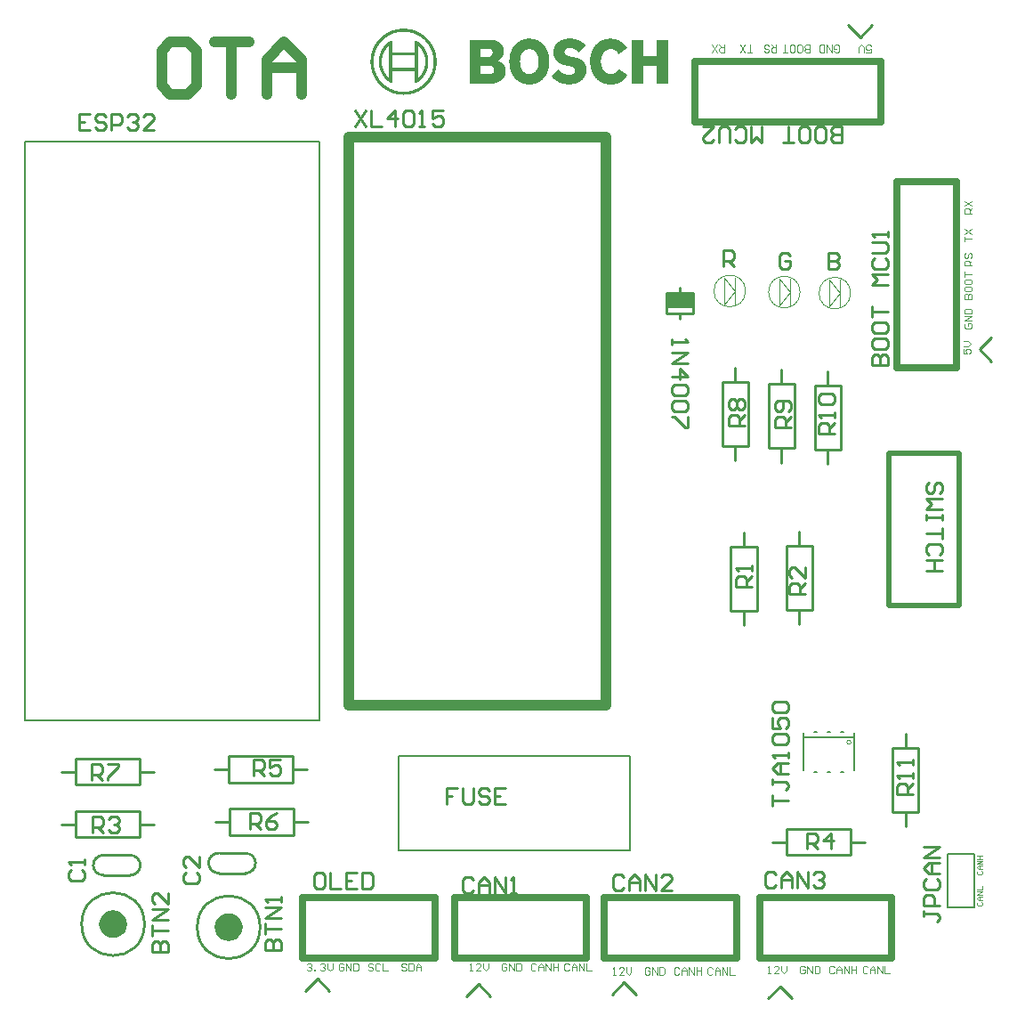
<source format=gto>
G04*
G04 #@! TF.GenerationSoftware,Altium Limited,Altium Designer,21.9.2 (33)*
G04*
G04 Layer_Color=65535*
%FSTAX24Y24*%
%MOIN*%
G70*
G04*
G04 #@! TF.SameCoordinates,353BE734-12B4-41FD-ADCD-0B3A32D8510F*
G04*
G04*
G04 #@! TF.FilePolarity,Positive*
G04*
G01*
G75*
%ADD10C,0.0100*%
%ADD11C,0.0040*%
%ADD12C,0.0000*%
%ADD13C,0.0079*%
%ADD14C,0.0250*%
%ADD15C,0.0050*%
%ADD16C,0.0080*%
%ADD17C,0.0394*%
%ADD18C,0.0197*%
%ADD19C,0.0039*%
G36*
X035596Y04775D02*
X03564D01*
Y047745D01*
X03567D01*
Y047741D01*
X035696D01*
Y047736D01*
X035718D01*
Y047732D01*
X035735D01*
Y047728D01*
X035753D01*
Y047723D01*
X03577D01*
Y047719D01*
X035783D01*
Y047715D01*
X035796D01*
Y04771D01*
X035809D01*
Y047706D01*
X035823D01*
Y047702D01*
X035836D01*
Y047697D01*
X035844D01*
Y047693D01*
X035857D01*
Y047689D01*
X035866D01*
Y047684D01*
X035875D01*
Y04768D01*
X035883D01*
Y047675D01*
X035892D01*
Y047671D01*
X035901D01*
Y047667D01*
X03591D01*
Y047662D01*
X035918D01*
Y047658D01*
X035927D01*
Y047654D01*
X035936D01*
Y047649D01*
X03594D01*
Y047645D01*
X035949D01*
Y047641D01*
X035958D01*
Y047636D01*
X035962D01*
Y047632D01*
X035971D01*
Y047628D01*
X035975D01*
Y047623D01*
X035984D01*
Y047619D01*
X035988D01*
Y047614D01*
X035997D01*
Y04761D01*
X036001D01*
Y047606D01*
X036005D01*
Y047601D01*
X036014D01*
Y047597D01*
X036019D01*
Y047593D01*
X036023D01*
Y047588D01*
X036032D01*
Y047584D01*
X036036D01*
Y04758D01*
X03604D01*
Y047575D01*
X036045D01*
Y047571D01*
X036049D01*
Y047567D01*
X036053D01*
Y047562D01*
X036062D01*
Y047558D01*
X036066D01*
Y047554D01*
X036071D01*
Y047549D01*
X036075D01*
Y047545D01*
X036079D01*
Y04754D01*
X036084D01*
Y047536D01*
X036088D01*
Y047532D01*
X036093D01*
Y047527D01*
X036097D01*
Y047523D01*
X036101D01*
Y047519D01*
X036106D01*
Y047514D01*
X03611D01*
Y04751D01*
X036114D01*
Y047506D01*
X036119D01*
Y047493D01*
X036114D01*
Y047488D01*
X03611D01*
Y047484D01*
X036106D01*
Y047479D01*
X036101D01*
Y047475D01*
X036097D01*
Y047471D01*
X036093D01*
Y047466D01*
X036088D01*
Y047462D01*
X036084D01*
Y047458D01*
X036079D01*
Y047453D01*
X036075D01*
Y047449D01*
X036071D01*
Y047445D01*
X036066D01*
Y04744D01*
X036062D01*
Y047436D01*
X036058D01*
Y047432D01*
X036053D01*
Y047427D01*
X036049D01*
Y047423D01*
X036045D01*
Y047418D01*
X03604D01*
Y047414D01*
X036036D01*
Y04741D01*
X036032D01*
Y047405D01*
X036027D01*
Y047401D01*
X036023D01*
Y047397D01*
X036019D01*
Y047392D01*
X036014D01*
Y047388D01*
X03601D01*
Y047384D01*
X036005D01*
Y047379D01*
X036001D01*
Y047375D01*
X035997D01*
Y047371D01*
X035992D01*
Y047366D01*
X035988D01*
Y047362D01*
X035984D01*
Y047358D01*
X035979D01*
Y047353D01*
X035975D01*
Y047349D01*
X035971D01*
Y047344D01*
X035966D01*
Y04734D01*
X035962D01*
Y047336D01*
X035958D01*
Y047331D01*
X035953D01*
Y047327D01*
X035949D01*
Y047323D01*
X035944D01*
Y047318D01*
X03594D01*
Y047314D01*
X035936D01*
Y04731D01*
X035931D01*
Y047305D01*
X035927D01*
Y047301D01*
X035923D01*
Y047297D01*
X035914D01*
Y047288D01*
X035905D01*
Y047283D01*
X035901D01*
Y047279D01*
X035897D01*
Y047275D01*
X035892D01*
Y04727D01*
X035888D01*
Y047266D01*
X035883D01*
Y047262D01*
X035879D01*
Y047257D01*
X035875D01*
Y047253D01*
X03587D01*
Y047249D01*
X035866D01*
Y047253D01*
X035862D01*
Y047257D01*
X035857D01*
Y047262D01*
X035853D01*
Y047266D01*
X035849D01*
Y04727D01*
X035844D01*
Y047275D01*
X03584D01*
Y047279D01*
X035831D01*
Y047283D01*
X035827D01*
Y047288D01*
X035823D01*
Y047292D01*
X035818D01*
Y047297D01*
X035814D01*
Y047301D01*
X035805D01*
Y047305D01*
X035801D01*
Y04731D01*
X035796D01*
Y047314D01*
X035788D01*
Y047318D01*
X035783D01*
Y047323D01*
X035775D01*
Y047327D01*
X03577D01*
Y047331D01*
X035762D01*
Y047336D01*
X035753D01*
Y04734D01*
X035744D01*
Y047344D01*
X03574D01*
Y047349D01*
X035731D01*
Y047353D01*
X035722D01*
Y047358D01*
X035709D01*
Y047362D01*
X035701D01*
Y047366D01*
X035687D01*
Y047371D01*
X035679D01*
Y047375D01*
X035666D01*
Y047379D01*
X035648D01*
Y047384D01*
X035631D01*
Y047388D01*
X035613D01*
Y047392D01*
X035583D01*
Y047397D01*
X035487D01*
Y047392D01*
X035465D01*
Y047388D01*
X035448D01*
Y047384D01*
X035435D01*
Y047379D01*
X035426D01*
Y047375D01*
X035417D01*
Y047371D01*
X035409D01*
Y047366D01*
X0354D01*
Y047362D01*
X035396D01*
Y047358D01*
X035387D01*
Y047353D01*
X035383D01*
Y047349D01*
X035378D01*
Y047344D01*
X035374D01*
Y04734D01*
X03537D01*
Y047336D01*
X035365D01*
Y047331D01*
X035361D01*
Y047327D01*
X035356D01*
Y047318D01*
X035352D01*
Y04731D01*
X035348D01*
Y047301D01*
X035343D01*
Y047292D01*
X035339D01*
Y047275D01*
X035335D01*
Y047218D01*
X035339D01*
Y047205D01*
X035343D01*
Y047196D01*
X035348D01*
Y047188D01*
X035352D01*
Y047179D01*
X035356D01*
Y047175D01*
X035361D01*
Y04717D01*
X035365D01*
Y047166D01*
X03537D01*
Y047162D01*
X035374D01*
Y047157D01*
X035378D01*
Y047153D01*
X035383D01*
Y047148D01*
X035391D01*
Y047144D01*
X035396D01*
Y04714D01*
X035404D01*
Y047135D01*
X035413D01*
Y047131D01*
X035422D01*
Y047127D01*
X035431D01*
Y047122D01*
X035439D01*
Y047118D01*
X035452D01*
Y047114D01*
X035461D01*
Y047109D01*
X035478D01*
Y047105D01*
X035491D01*
Y047101D01*
X035505D01*
Y047096D01*
X035522D01*
Y047092D01*
X035539D01*
Y047087D01*
X035561D01*
Y047083D01*
X035583D01*
Y047079D01*
X0356D01*
Y047074D01*
X035622D01*
Y04707D01*
X03564D01*
Y047066D01*
X035661D01*
Y047061D01*
X035679D01*
Y047057D01*
X035701D01*
Y047053D01*
X035718D01*
Y047048D01*
X035735D01*
Y047044D01*
X035753D01*
Y04704D01*
X03577D01*
Y047035D01*
X035783D01*
Y047031D01*
X035801D01*
Y047026D01*
X035814D01*
Y047022D01*
X035827D01*
Y047018D01*
X03584D01*
Y047013D01*
X035853D01*
Y047009D01*
X035862D01*
Y047005D01*
X035875D01*
Y047D01*
X035883D01*
Y046996D01*
X035897D01*
Y046992D01*
X035905D01*
Y046987D01*
X035914D01*
Y046983D01*
X035923D01*
Y046979D01*
X035931D01*
Y046974D01*
X03594D01*
Y04697D01*
X035944D01*
Y046966D01*
X035953D01*
Y046961D01*
X035962D01*
Y046957D01*
X035966D01*
Y046952D01*
X035975D01*
Y046948D01*
X035979D01*
Y046944D01*
X035988D01*
Y046939D01*
X035992D01*
Y046935D01*
X036001D01*
Y046931D01*
X036005D01*
Y046926D01*
X03601D01*
Y046922D01*
X036014D01*
Y046918D01*
X036019D01*
Y046913D01*
X036027D01*
Y046909D01*
X036032D01*
Y046905D01*
X036036D01*
Y0469D01*
X03604D01*
Y046896D01*
X036045D01*
Y046891D01*
X036049D01*
Y046887D01*
X036053D01*
Y046878D01*
X036058D01*
Y046874D01*
X036062D01*
Y04687D01*
X036066D01*
Y046865D01*
X036071D01*
Y046857D01*
X036075D01*
Y046852D01*
X036079D01*
Y046848D01*
X036084D01*
Y046839D01*
X036088D01*
Y046835D01*
X036093D01*
Y046826D01*
X036097D01*
Y046817D01*
X036101D01*
Y046809D01*
X036106D01*
Y0468D01*
X03611D01*
Y046791D01*
X036114D01*
Y046783D01*
X036119D01*
Y046774D01*
X036123D01*
Y046761D01*
X036127D01*
Y046748D01*
X036132D01*
Y046735D01*
X036136D01*
Y046717D01*
X03614D01*
Y046695D01*
X036145D01*
Y046669D01*
X036149D01*
Y046626D01*
X036154D01*
Y046534D01*
X036149D01*
Y046495D01*
X036145D01*
Y046469D01*
X03614D01*
Y046447D01*
X036136D01*
Y046434D01*
X036132D01*
Y046417D01*
X036127D01*
Y046404D01*
X036123D01*
Y046395D01*
X036119D01*
Y046382D01*
X036114D01*
Y046373D01*
X03611D01*
Y04636D01*
X036106D01*
Y046351D01*
X036101D01*
Y046343D01*
X036097D01*
Y046338D01*
X036093D01*
Y04633D01*
X036088D01*
Y046321D01*
X036084D01*
Y046312D01*
X036079D01*
Y046308D01*
X036075D01*
Y046299D01*
X036071D01*
Y046295D01*
X036066D01*
Y046286D01*
X036062D01*
Y046282D01*
X036058D01*
Y046277D01*
X036053D01*
Y046269D01*
X036049D01*
Y046264D01*
X036045D01*
Y04626D01*
X03604D01*
Y046256D01*
X036036D01*
Y046251D01*
X036032D01*
Y046243D01*
X036027D01*
Y046238D01*
X036023D01*
Y046234D01*
X036019D01*
Y046229D01*
X036014D01*
Y046225D01*
X03601D01*
Y046221D01*
X036005D01*
Y046216D01*
X036001D01*
Y046212D01*
X035997D01*
Y046208D01*
X035988D01*
Y046203D01*
X035984D01*
Y046199D01*
X035979D01*
Y046195D01*
X035975D01*
Y04619D01*
X035971D01*
Y046186D01*
X035962D01*
Y046182D01*
X035958D01*
Y046177D01*
X035953D01*
Y046173D01*
X035944D01*
Y046168D01*
X03594D01*
Y046164D01*
X035936D01*
Y04616D01*
X035927D01*
Y046155D01*
X035918D01*
Y046151D01*
X035914D01*
Y046147D01*
X035905D01*
Y046142D01*
X035901D01*
Y046138D01*
X035892D01*
Y046134D01*
X035883D01*
Y046129D01*
X035875D01*
Y046125D01*
X035866D01*
Y046121D01*
X035857D01*
Y046116D01*
X035849D01*
Y046112D01*
X03584D01*
Y046107D01*
X035831D01*
Y046103D01*
X035818D01*
Y046099D01*
X035809D01*
Y046094D01*
X035796D01*
Y04609D01*
X035788D01*
Y046086D01*
X035775D01*
Y046081D01*
X035762D01*
Y046077D01*
X035748D01*
Y046073D01*
X035731D01*
Y046068D01*
X035714D01*
Y046064D01*
X035696D01*
Y04606D01*
X035674D01*
Y046055D01*
X035648D01*
Y046051D01*
X035618D01*
Y046047D01*
X035574D01*
Y046042D01*
X035452D01*
Y046047D01*
X035396D01*
Y046051D01*
X035361D01*
Y046055D01*
X03533D01*
Y04606D01*
X035304D01*
Y046064D01*
X035287D01*
Y046068D01*
X035265D01*
Y046073D01*
X035252D01*
Y046077D01*
X035235D01*
Y046081D01*
X035221D01*
Y046086D01*
X035204D01*
Y04609D01*
X035191D01*
Y046094D01*
X035182D01*
Y046099D01*
X035169D01*
Y046103D01*
X035156D01*
Y046107D01*
X035147D01*
Y046112D01*
X035139D01*
Y046116D01*
X03513D01*
Y046121D01*
X035117D01*
Y046125D01*
X035108D01*
Y046129D01*
X035099D01*
Y046134D01*
X035095D01*
Y046138D01*
X035086D01*
Y046142D01*
X035078D01*
Y046147D01*
X035069D01*
Y046151D01*
X03506D01*
Y046155D01*
X035056D01*
Y04616D01*
X035047D01*
Y046164D01*
X035043D01*
Y046168D01*
X035034D01*
Y046173D01*
X035025D01*
Y046177D01*
X035021D01*
Y046182D01*
X035017D01*
Y046186D01*
X035008D01*
Y04619D01*
X035004D01*
Y046195D01*
X034995D01*
Y046199D01*
X034991D01*
Y046203D01*
X034986D01*
Y046208D01*
X034982D01*
Y046212D01*
X034973D01*
Y046216D01*
X034969D01*
Y046221D01*
X034964D01*
Y046225D01*
X03496D01*
Y046229D01*
X034956D01*
Y046234D01*
X034947D01*
Y046238D01*
X034943D01*
Y046243D01*
X034938D01*
Y046247D01*
X034934D01*
Y046251D01*
X03493D01*
Y046256D01*
X034925D01*
Y04626D01*
X034921D01*
Y046264D01*
X034917D01*
Y046269D01*
X034912D01*
Y046273D01*
X034908D01*
Y046277D01*
X034904D01*
Y046282D01*
X034899D01*
Y046286D01*
X034895D01*
Y04629D01*
X03489D01*
Y046295D01*
X034886D01*
Y046299D01*
X034882D01*
Y046303D01*
X034877D01*
Y046308D01*
X034873D01*
Y046312D01*
X034869D01*
Y046317D01*
X034864D01*
Y046325D01*
X03486D01*
Y04633D01*
X034856D01*
Y046334D01*
X034851D01*
Y046338D01*
X034847D01*
Y046343D01*
X034843D01*
Y046351D01*
X034847D01*
Y046356D01*
X034851D01*
Y04636D01*
X034856D01*
Y046364D01*
X03486D01*
Y046369D01*
X034864D01*
Y046373D01*
X034869D01*
Y046378D01*
X034873D01*
Y046382D01*
X034877D01*
Y046386D01*
X034882D01*
Y046391D01*
X034886D01*
Y046395D01*
X03489D01*
Y046399D01*
X034895D01*
Y046404D01*
X034899D01*
Y046408D01*
X034904D01*
Y046412D01*
X034908D01*
Y046417D01*
X034912D01*
Y046421D01*
X034917D01*
Y046425D01*
X034921D01*
Y04643D01*
X034925D01*
Y046434D01*
X03493D01*
Y046438D01*
X034934D01*
Y046443D01*
X034938D01*
Y046447D01*
X034943D01*
Y046452D01*
X034947D01*
Y046456D01*
X034951D01*
Y04646D01*
X034956D01*
Y046465D01*
X03496D01*
Y046469D01*
X034964D01*
Y046473D01*
X034969D01*
Y046478D01*
X034973D01*
Y046482D01*
X034978D01*
Y046486D01*
X034982D01*
Y046491D01*
X034986D01*
Y046495D01*
X034991D01*
Y046499D01*
X034995D01*
Y046504D01*
X034999D01*
Y046508D01*
X035004D01*
Y046513D01*
X035012D01*
Y046517D01*
X035017D01*
Y046521D01*
X035021D01*
Y046526D01*
X035025D01*
Y04653D01*
X03503D01*
Y046534D01*
X035034D01*
Y046539D01*
X035039D01*
Y046543D01*
X035043D01*
Y046547D01*
X035047D01*
Y046552D01*
X035052D01*
Y046556D01*
X035056D01*
Y04656D01*
X03506D01*
Y046565D01*
X035065D01*
Y046569D01*
X035069D01*
Y046574D01*
X035073D01*
Y046578D01*
X035078D01*
Y046582D01*
X035082D01*
Y046587D01*
X035086D01*
Y046591D01*
X035091D01*
Y046595D01*
X035095D01*
Y0466D01*
X035099D01*
Y046604D01*
X035104D01*
Y046595D01*
X035108D01*
Y046591D01*
X035113D01*
Y046587D01*
X035117D01*
Y046582D01*
X035121D01*
Y046578D01*
X035126D01*
Y046574D01*
X03513D01*
Y046565D01*
X035134D01*
Y04656D01*
X035139D01*
Y046556D01*
X035143D01*
Y046552D01*
X035147D01*
Y046547D01*
X035152D01*
Y046543D01*
X035156D01*
Y046539D01*
X03516D01*
Y046534D01*
X035165D01*
Y04653D01*
X035169D01*
Y046526D01*
X035178D01*
Y046521D01*
X035182D01*
Y046517D01*
X035187D01*
Y046513D01*
X035191D01*
Y046508D01*
X035195D01*
Y046504D01*
X035204D01*
Y046499D01*
X035208D01*
Y046495D01*
X035213D01*
Y046491D01*
X035217D01*
Y046486D01*
X035226D01*
Y046482D01*
X03523D01*
Y046478D01*
X035239D01*
Y046473D01*
X035243D01*
Y046469D01*
X035252D01*
Y046465D01*
X035261D01*
Y04646D01*
X035265D01*
Y046456D01*
X035274D01*
Y046452D01*
X035282D01*
Y046447D01*
X035291D01*
Y046443D01*
X0353D01*
Y046438D01*
X035309D01*
Y046434D01*
X035322D01*
Y04643D01*
X03533D01*
Y046425D01*
X035343D01*
Y046421D01*
X035356D01*
Y046417D01*
X03537D01*
Y046412D01*
X035383D01*
Y046408D01*
X0354D01*
Y046404D01*
X035422D01*
Y046399D01*
X035452D01*
Y046395D01*
X03557D01*
Y046399D01*
X035592D01*
Y046404D01*
X035609D01*
Y046408D01*
X035622D01*
Y046412D01*
X035635D01*
Y046417D01*
X035644D01*
Y046421D01*
X035653D01*
Y046425D01*
X035661D01*
Y04643D01*
X035666D01*
Y046434D01*
X035674D01*
Y046438D01*
X035679D01*
Y046443D01*
X035683D01*
Y046447D01*
X035692D01*
Y046452D01*
X035696D01*
Y046456D01*
X035701D01*
Y04646D01*
X035705D01*
Y046469D01*
X035709D01*
Y046473D01*
X035714D01*
Y046482D01*
X035718D01*
Y046486D01*
X035722D01*
Y046495D01*
X035727D01*
Y046508D01*
X035731D01*
Y046521D01*
X035735D01*
Y046591D01*
X035731D01*
Y046608D01*
X035727D01*
Y046617D01*
X035722D01*
Y046621D01*
X035718D01*
Y04663D01*
X035714D01*
Y046634D01*
X035709D01*
Y046639D01*
X035705D01*
Y046643D01*
X035701D01*
Y046648D01*
X035696D01*
Y046652D01*
X035692D01*
Y046656D01*
X035687D01*
Y046661D01*
X035679D01*
Y046665D01*
X035674D01*
Y046669D01*
X035666D01*
Y046674D01*
X035657D01*
Y046678D01*
X035648D01*
Y046682D01*
X03564D01*
Y046687D01*
X035627D01*
Y046691D01*
X035613D01*
Y046695D01*
X035605D01*
Y0467D01*
X035587D01*
Y046704D01*
X035574D01*
Y046709D01*
X035557D01*
Y046713D01*
X035544D01*
Y046717D01*
X035522D01*
Y046722D01*
X035505D01*
Y046726D01*
X035483D01*
Y04673D01*
X035465D01*
Y046735D01*
X035444D01*
Y046739D01*
X035426D01*
Y046743D01*
X035404D01*
Y046748D01*
X035387D01*
Y046752D01*
X03537D01*
Y046756D01*
X035348D01*
Y046761D01*
X035335D01*
Y046765D01*
X035317D01*
Y04677D01*
X035304D01*
Y046774D01*
X035287D01*
Y046778D01*
X035274D01*
Y046783D01*
X035261D01*
Y046787D01*
X035252D01*
Y046791D01*
X035239D01*
Y046796D01*
X03523D01*
Y0468D01*
X035217D01*
Y046804D01*
X035208D01*
Y046809D01*
X0352D01*
Y046813D01*
X035191D01*
Y046817D01*
X035182D01*
Y046822D01*
X035174D01*
Y046826D01*
X035165D01*
Y046831D01*
X035156D01*
Y046835D01*
X035147D01*
Y046839D01*
X035143D01*
Y046844D01*
X035134D01*
Y046848D01*
X035126D01*
Y046852D01*
X035121D01*
Y046857D01*
X035117D01*
Y046861D01*
X035108D01*
Y046865D01*
X035104D01*
Y04687D01*
X035095D01*
Y046874D01*
X035091D01*
Y046878D01*
X035086D01*
Y046883D01*
X035078D01*
Y046887D01*
X035073D01*
Y046891D01*
X035069D01*
Y046896D01*
X035065D01*
Y0469D01*
X03506D01*
Y046905D01*
X035056D01*
Y046909D01*
X035052D01*
Y046913D01*
X035047D01*
Y046918D01*
X035043D01*
Y046922D01*
X035039D01*
Y046926D01*
X035034D01*
Y046931D01*
X03503D01*
Y046935D01*
X035025D01*
Y046939D01*
X035021D01*
Y046944D01*
X035017D01*
Y046948D01*
X035012D01*
Y046957D01*
X035008D01*
Y046961D01*
X035004D01*
Y046966D01*
X034999D01*
Y046974D01*
X034995D01*
Y046979D01*
X034991D01*
Y046987D01*
X034986D01*
Y046992D01*
X034982D01*
Y047D01*
X034978D01*
Y047009D01*
X034973D01*
Y047018D01*
X034969D01*
Y047022D01*
X034964D01*
Y047031D01*
X03496D01*
Y047044D01*
X034956D01*
Y047053D01*
X034951D01*
Y047061D01*
X034947D01*
Y047074D01*
X034943D01*
Y047087D01*
X034938D01*
Y047105D01*
X034934D01*
Y047122D01*
X03493D01*
Y04714D01*
X034925D01*
Y04717D01*
X034921D01*
Y047227D01*
X034917D01*
Y047253D01*
X034921D01*
Y04731D01*
X034925D01*
Y04734D01*
X03493D01*
Y047362D01*
X034934D01*
Y047379D01*
X034938D01*
Y047392D01*
X034943D01*
Y047405D01*
X034947D01*
Y047418D01*
X034951D01*
Y047432D01*
X034956D01*
Y04744D01*
X03496D01*
Y047449D01*
X034964D01*
Y047462D01*
X034969D01*
Y047471D01*
X034973D01*
Y047475D01*
X034978D01*
Y047484D01*
X034982D01*
Y047493D01*
X034986D01*
Y047501D01*
X034991D01*
Y047506D01*
X034995D01*
Y047514D01*
X034999D01*
Y047519D01*
X035004D01*
Y047527D01*
X035008D01*
Y047532D01*
X035012D01*
Y047536D01*
X035017D01*
Y047545D01*
X035021D01*
Y047549D01*
X035025D01*
Y047554D01*
X03503D01*
Y047558D01*
X035034D01*
Y047562D01*
X035039D01*
Y047571D01*
X035043D01*
Y047575D01*
X035047D01*
Y04758D01*
X035052D01*
Y047584D01*
X035056D01*
Y047588D01*
X03506D01*
Y047593D01*
X035065D01*
Y047597D01*
X035069D01*
Y047601D01*
X035078D01*
Y047606D01*
X035082D01*
Y04761D01*
X035086D01*
Y047614D01*
X035091D01*
Y047619D01*
X035095D01*
Y047623D01*
X035104D01*
Y047628D01*
X035108D01*
Y047632D01*
X035113D01*
Y047636D01*
X035121D01*
Y047641D01*
X035126D01*
Y047645D01*
X035134D01*
Y047649D01*
X035139D01*
Y047654D01*
X035147D01*
Y047658D01*
X035152D01*
Y047662D01*
X03516D01*
Y047667D01*
X035169D01*
Y047671D01*
X035178D01*
Y047675D01*
X035182D01*
Y04768D01*
X035191D01*
Y047684D01*
X035204D01*
Y047689D01*
X035213D01*
Y047693D01*
X035221D01*
Y047697D01*
X03523D01*
Y047702D01*
X035243D01*
Y047706D01*
X035252D01*
Y04771D01*
X035265D01*
Y047715D01*
X035278D01*
Y047719D01*
X035291D01*
Y047723D01*
X035309D01*
Y047728D01*
X035322D01*
Y047732D01*
X035339D01*
Y047736D01*
X035361D01*
Y047741D01*
X035387D01*
Y047745D01*
X035417D01*
Y04775D01*
X035457D01*
Y047754D01*
X035596D01*
Y04775D01*
D02*
G37*
G36*
X037112Y047745D02*
X037164D01*
Y047741D01*
X037194D01*
Y047736D01*
X037216D01*
Y047732D01*
X037238D01*
Y047728D01*
X037255D01*
Y047723D01*
X037273D01*
Y047719D01*
X03729D01*
Y047715D01*
X037303D01*
Y04771D01*
X037316D01*
Y047706D01*
X037325D01*
Y047702D01*
X037338D01*
Y047697D01*
X037347D01*
Y047693D01*
X03736D01*
Y047689D01*
X037369D01*
Y047684D01*
X037377D01*
Y04768D01*
X037386D01*
Y047675D01*
X037395D01*
Y047671D01*
X037404D01*
Y047667D01*
X037412D01*
Y047662D01*
X037421D01*
Y047658D01*
X037425D01*
Y047654D01*
X037434D01*
Y047649D01*
X037438D01*
Y047645D01*
X037447D01*
Y047641D01*
X037456D01*
Y047636D01*
X03746D01*
Y047632D01*
X037465D01*
Y047628D01*
X037473D01*
Y047623D01*
X037478D01*
Y047619D01*
X037486D01*
Y047614D01*
X037491D01*
Y04761D01*
X037495D01*
Y047606D01*
X037499D01*
Y047601D01*
X037508D01*
Y047597D01*
X037512D01*
Y047593D01*
X037517D01*
Y047588D01*
X037521D01*
Y047584D01*
X037525D01*
Y04758D01*
X03753D01*
Y047575D01*
X037534D01*
Y047571D01*
X037543D01*
Y047567D01*
X037547D01*
Y047562D01*
X037552D01*
Y047558D01*
X037556D01*
Y047554D01*
X03756D01*
Y047549D01*
X037565D01*
Y047545D01*
X037569D01*
Y04754D01*
X037573D01*
Y047536D01*
X037578D01*
Y047532D01*
X037582D01*
Y047523D01*
X037586D01*
Y047519D01*
X037591D01*
Y047514D01*
X037595D01*
Y04751D01*
X0376D01*
Y047506D01*
X037604D01*
Y047501D01*
X037608D01*
Y047497D01*
X037613D01*
Y047488D01*
X037617D01*
Y047484D01*
X037621D01*
Y047479D01*
X037626D01*
Y047475D01*
X03763D01*
Y047466D01*
X037634D01*
Y047462D01*
X037639D01*
Y047458D01*
X037643D01*
Y047453D01*
X037647D01*
Y047445D01*
X037652D01*
Y04744D01*
X037656D01*
Y047432D01*
X037661D01*
Y047427D01*
X037665D01*
Y047423D01*
X037669D01*
Y047414D01*
X037674D01*
Y04741D01*
X037678D01*
Y047401D01*
X037682D01*
Y047392D01*
X037678D01*
Y047388D01*
X037669D01*
Y047384D01*
X037665D01*
Y047379D01*
X037656D01*
Y047375D01*
X037652D01*
Y047371D01*
X037643D01*
Y047366D01*
X037639D01*
Y047362D01*
X03763D01*
Y047358D01*
X037626D01*
Y047353D01*
X037617D01*
Y047349D01*
X037613D01*
Y047344D01*
X037604D01*
Y04734D01*
X0376D01*
Y047336D01*
X037591D01*
Y047331D01*
X037586D01*
Y047327D01*
X037578D01*
Y047323D01*
X037573D01*
Y047318D01*
X037565D01*
Y047314D01*
X03756D01*
Y04731D01*
X037552D01*
Y047305D01*
X037547D01*
Y047301D01*
X037539D01*
Y047297D01*
X037534D01*
Y047292D01*
X037525D01*
Y047288D01*
X037521D01*
Y047283D01*
X037512D01*
Y047279D01*
X037508D01*
Y047275D01*
X037499D01*
Y04727D01*
X037495D01*
Y047266D01*
X037486D01*
Y047262D01*
X037482D01*
Y047257D01*
X037473D01*
Y047253D01*
X037469D01*
Y047249D01*
X03746D01*
Y047244D01*
X037456D01*
Y04724D01*
X037447D01*
Y047236D01*
X037443D01*
Y047231D01*
X037434D01*
Y047227D01*
X03743D01*
Y047222D01*
X037421D01*
Y047218D01*
X037417D01*
Y047214D01*
X037408D01*
Y047209D01*
X037404D01*
Y047205D01*
X037395D01*
Y047201D01*
X03739D01*
Y047196D01*
X037382D01*
Y047192D01*
X037377D01*
Y047188D01*
X037369D01*
Y047183D01*
X037364D01*
Y047179D01*
X037356D01*
Y047183D01*
X037351D01*
Y047188D01*
X037347D01*
Y047196D01*
X037343D01*
Y047205D01*
X037338D01*
Y047209D01*
X037334D01*
Y047218D01*
X037329D01*
Y047222D01*
X037325D01*
Y047227D01*
X037321D01*
Y047236D01*
X037316D01*
Y04724D01*
X037312D01*
Y047244D01*
X037308D01*
Y047249D01*
X037303D01*
Y047257D01*
X037299D01*
Y047262D01*
X037295D01*
Y047266D01*
X03729D01*
Y04727D01*
X037286D01*
Y047275D01*
X037282D01*
Y047279D01*
X037277D01*
Y047283D01*
X037273D01*
Y047288D01*
X037264D01*
Y047292D01*
X03726D01*
Y047297D01*
X037255D01*
Y047301D01*
X037251D01*
Y047305D01*
X037242D01*
Y04731D01*
X037238D01*
Y047314D01*
X037229D01*
Y047318D01*
X037221D01*
Y047323D01*
X037216D01*
Y047327D01*
X037208D01*
Y047331D01*
X037199D01*
Y047336D01*
X037186D01*
Y04734D01*
X037173D01*
Y047344D01*
X03716D01*
Y047349D01*
X037142D01*
Y047353D01*
X03712D01*
Y047358D01*
X037064D01*
Y047362D01*
X037059D01*
Y047358D01*
X037007D01*
Y047353D01*
X036985D01*
Y047349D01*
X036972D01*
Y047344D01*
X036959D01*
Y04734D01*
X036946D01*
Y047336D01*
X036937D01*
Y047331D01*
X036924D01*
Y047327D01*
X036916D01*
Y047323D01*
X036907D01*
Y047318D01*
X036903D01*
Y047314D01*
X036894D01*
Y04731D01*
X036885D01*
Y047305D01*
X036881D01*
Y047301D01*
X036872D01*
Y047297D01*
X036868D01*
Y047292D01*
X036863D01*
Y047288D01*
X036859D01*
Y047283D01*
X03685D01*
Y047279D01*
X036846D01*
Y047275D01*
X036842D01*
Y04727D01*
X036837D01*
Y047266D01*
X036833D01*
Y047262D01*
X036829D01*
Y047257D01*
X036824D01*
Y047253D01*
X03682D01*
Y047249D01*
X036816D01*
Y047244D01*
X036811D01*
Y04724D01*
X036807D01*
Y047231D01*
X036802D01*
Y047227D01*
X036798D01*
Y047222D01*
X036794D01*
Y047218D01*
X036789D01*
Y047209D01*
X036785D01*
Y047205D01*
X036781D01*
Y047196D01*
X036776D01*
Y047192D01*
X036772D01*
Y047183D01*
X036768D01*
Y047175D01*
X036763D01*
Y047166D01*
X036759D01*
Y047157D01*
X036755D01*
Y047148D01*
X03675D01*
Y04714D01*
X036746D01*
Y047131D01*
X036742D01*
Y047122D01*
X036737D01*
Y047109D01*
X036733D01*
Y047096D01*
X036728D01*
Y047083D01*
X036724D01*
Y04707D01*
X03672D01*
Y047053D01*
X036715D01*
Y047031D01*
X036711D01*
Y047005D01*
X036707D01*
Y04697D01*
X036702D01*
Y046896D01*
Y046891D01*
Y046835D01*
X036707D01*
Y0468D01*
X036711D01*
Y046774D01*
X036715D01*
Y046752D01*
X03672D01*
Y046735D01*
X036724D01*
Y046717D01*
X036728D01*
Y046704D01*
X036733D01*
Y046691D01*
X036737D01*
Y046678D01*
X036742D01*
Y046665D01*
X036746D01*
Y046656D01*
X03675D01*
Y046648D01*
X036755D01*
Y046639D01*
X036759D01*
Y04663D01*
X036763D01*
Y046621D01*
X036768D01*
Y046613D01*
X036772D01*
Y046604D01*
X036776D01*
Y0466D01*
X036781D01*
Y046591D01*
X036785D01*
Y046587D01*
X036789D01*
Y046578D01*
X036794D01*
Y046574D01*
X036798D01*
Y046565D01*
X036802D01*
Y04656D01*
X036807D01*
Y046556D01*
X036811D01*
Y046552D01*
X036816D01*
Y046547D01*
X03682D01*
Y046543D01*
X036824D01*
Y046534D01*
X036829D01*
Y04653D01*
X036833D01*
Y046526D01*
X036837D01*
Y046521D01*
X036842D01*
Y046517D01*
X03685D01*
Y046513D01*
X036855D01*
Y046508D01*
X036859D01*
Y046504D01*
X036863D01*
Y046499D01*
X036872D01*
Y046495D01*
X036877D01*
Y046491D01*
X036881D01*
Y046486D01*
X03689D01*
Y046482D01*
X036894D01*
Y046478D01*
X036903D01*
Y046473D01*
X036911D01*
Y046469D01*
X03692D01*
Y046465D01*
X036929D01*
Y04646D01*
X036937D01*
Y046456D01*
X036946D01*
Y046452D01*
X036959D01*
Y046447D01*
X036968D01*
Y046443D01*
X036985D01*
Y046438D01*
X037003D01*
Y046434D01*
X037029D01*
Y04643D01*
X037116D01*
Y046434D01*
X037147D01*
Y046438D01*
X037164D01*
Y046443D01*
X037177D01*
Y046447D01*
X03719D01*
Y046452D01*
X037199D01*
Y046456D01*
X037212D01*
Y04646D01*
X037221D01*
Y046465D01*
X037229D01*
Y046469D01*
X037234D01*
Y046473D01*
X037242D01*
Y046478D01*
X037247D01*
Y046482D01*
X037255D01*
Y046486D01*
X03726D01*
Y046491D01*
X037264D01*
Y046495D01*
X037269D01*
Y046499D01*
X037277D01*
Y046504D01*
X037282D01*
Y046508D01*
X037286D01*
Y046513D01*
X03729D01*
Y046517D01*
X037295D01*
Y046521D01*
X037299D01*
Y046526D01*
X037303D01*
Y046534D01*
X037308D01*
Y046539D01*
X037312D01*
Y046543D01*
X037316D01*
Y046547D01*
X037321D01*
Y046552D01*
X037325D01*
Y04656D01*
X037329D01*
Y046565D01*
X037334D01*
Y046574D01*
X037338D01*
Y046578D01*
X037343D01*
Y046582D01*
X037347D01*
Y046591D01*
X037351D01*
Y046595D01*
X037356D01*
Y046604D01*
X03736D01*
Y046613D01*
X037369D01*
Y046608D01*
X037377D01*
Y046604D01*
X037382D01*
Y0466D01*
X03739D01*
Y046595D01*
X037395D01*
Y046591D01*
X037404D01*
Y046587D01*
X037408D01*
Y046582D01*
X037417D01*
Y046578D01*
X037421D01*
Y046574D01*
X037425D01*
Y046569D01*
X037434D01*
Y046565D01*
X037438D01*
Y04656D01*
X037447D01*
Y046556D01*
X037451D01*
Y046552D01*
X03746D01*
Y046547D01*
X037465D01*
Y046543D01*
X037473D01*
Y046539D01*
X037478D01*
Y046534D01*
X037486D01*
Y04653D01*
X037491D01*
Y046526D01*
X037499D01*
Y046521D01*
X037504D01*
Y046517D01*
X037512D01*
Y046513D01*
X037517D01*
Y046508D01*
X037525D01*
Y046504D01*
X03753D01*
Y046499D01*
X037539D01*
Y046495D01*
X037543D01*
Y046491D01*
X037552D01*
Y046486D01*
X037556D01*
Y046482D01*
X037565D01*
Y046478D01*
X037569D01*
Y046473D01*
X037578D01*
Y046469D01*
X037582D01*
Y046465D01*
X037591D01*
Y04646D01*
X037595D01*
Y046456D01*
X037604D01*
Y046452D01*
X037608D01*
Y046447D01*
X037617D01*
Y046443D01*
X037621D01*
Y046438D01*
X03763D01*
Y046434D01*
X037634D01*
Y04643D01*
X037643D01*
Y046425D01*
X037647D01*
Y046421D01*
X037656D01*
Y046417D01*
X037661D01*
Y046412D01*
X037669D01*
Y046408D01*
X037674D01*
Y046404D01*
X037682D01*
Y046399D01*
X037687D01*
Y046395D01*
X037691D01*
Y046382D01*
X037687D01*
Y046378D01*
X037682D01*
Y046369D01*
X037678D01*
Y046364D01*
X037674D01*
Y04636D01*
X037669D01*
Y046351D01*
X037665D01*
Y046347D01*
X037661D01*
Y046338D01*
X037656D01*
Y046334D01*
X037652D01*
Y04633D01*
X037647D01*
Y046325D01*
X037643D01*
Y046317D01*
X037639D01*
Y046312D01*
X037634D01*
Y046308D01*
X03763D01*
Y046299D01*
X037626D01*
Y046295D01*
X037621D01*
Y04629D01*
X037617D01*
Y046286D01*
X037613D01*
Y046282D01*
X037608D01*
Y046273D01*
X037604D01*
Y046269D01*
X0376D01*
Y046264D01*
X037595D01*
Y04626D01*
X037591D01*
Y046256D01*
X037586D01*
Y046251D01*
X037582D01*
Y046247D01*
X037578D01*
Y046243D01*
X037573D01*
Y046238D01*
X037569D01*
Y046234D01*
X037565D01*
Y046225D01*
X03756D01*
Y046221D01*
X037552D01*
Y046216D01*
X037547D01*
Y046212D01*
X037543D01*
Y046208D01*
X037539D01*
Y046203D01*
X037534D01*
Y046199D01*
X03753D01*
Y046195D01*
X037525D01*
Y04619D01*
X037521D01*
Y046186D01*
X037517D01*
Y046182D01*
X037512D01*
Y046177D01*
X037504D01*
Y046173D01*
X037499D01*
Y046168D01*
X037495D01*
Y046164D01*
X037486D01*
Y04616D01*
X037482D01*
Y046155D01*
X037478D01*
Y046151D01*
X037469D01*
Y046147D01*
X037465D01*
Y046142D01*
X037456D01*
Y046138D01*
X037451D01*
Y046134D01*
X037443D01*
Y046129D01*
X037438D01*
Y046125D01*
X03743D01*
Y046121D01*
X037421D01*
Y046116D01*
X037412D01*
Y046112D01*
X037404D01*
Y046107D01*
X037395D01*
Y046103D01*
X037386D01*
Y046099D01*
X037377D01*
Y046094D01*
X037369D01*
Y04609D01*
X037356D01*
Y046086D01*
X037347D01*
Y046081D01*
X037334D01*
Y046077D01*
X037321D01*
Y046073D01*
X037308D01*
Y046068D01*
X037295D01*
Y046064D01*
X037277D01*
Y04606D01*
X03726D01*
Y046055D01*
X037238D01*
Y046051D01*
X037212D01*
Y046047D01*
X037177D01*
Y046042D01*
X037134D01*
Y046038D01*
X036985D01*
Y046042D01*
X036946D01*
Y046047D01*
X036916D01*
Y046051D01*
X036894D01*
Y046055D01*
X036872D01*
Y04606D01*
X036855D01*
Y046064D01*
X036842D01*
Y046068D01*
X036824D01*
Y046073D01*
X036811D01*
Y046077D01*
X036798D01*
Y046081D01*
X036789D01*
Y046086D01*
X036776D01*
Y04609D01*
X036763D01*
Y046094D01*
X036755D01*
Y046099D01*
X036746D01*
Y046103D01*
X036737D01*
Y046107D01*
X036728D01*
Y046112D01*
X03672D01*
Y046116D01*
X036711D01*
Y046121D01*
X036702D01*
Y046125D01*
X036694D01*
Y046129D01*
X036685D01*
Y046134D01*
X036676D01*
Y046138D01*
X036672D01*
Y046142D01*
X036663D01*
Y046147D01*
X036659D01*
Y046151D01*
X03665D01*
Y046155D01*
X036646D01*
Y04616D01*
X036637D01*
Y046164D01*
X036633D01*
Y046168D01*
X036624D01*
Y046173D01*
X03662D01*
Y046177D01*
X036615D01*
Y046182D01*
X036606D01*
Y046186D01*
X036602D01*
Y04619D01*
X036598D01*
Y046195D01*
X036593D01*
Y046199D01*
X036585D01*
Y046203D01*
X03658D01*
Y046208D01*
X036576D01*
Y046212D01*
X036572D01*
Y046216D01*
X036567D01*
Y046221D01*
X036563D01*
Y046225D01*
X036559D01*
Y046229D01*
X03655D01*
Y046234D01*
X036546D01*
Y046238D01*
X036541D01*
Y046243D01*
X036537D01*
Y046251D01*
X036532D01*
Y046256D01*
X036528D01*
Y04626D01*
X036524D01*
Y046264D01*
X036519D01*
Y046269D01*
X036515D01*
Y046273D01*
X036511D01*
Y046277D01*
X036506D01*
Y046282D01*
X036502D01*
Y046286D01*
X036498D01*
Y04629D01*
X036493D01*
Y046299D01*
X036489D01*
Y046303D01*
X036485D01*
Y046308D01*
X03648D01*
Y046312D01*
X036476D01*
Y046321D01*
X036471D01*
Y046325D01*
X036467D01*
Y046334D01*
X036463D01*
Y046338D01*
X036458D01*
Y046343D01*
X036454D01*
Y046351D01*
X03645D01*
Y046356D01*
X036445D01*
Y046364D01*
X036441D01*
Y046369D01*
X036437D01*
Y046378D01*
X036432D01*
Y046382D01*
X036428D01*
Y046391D01*
X036424D01*
Y046399D01*
X036419D01*
Y046408D01*
X036415D01*
Y046412D01*
X03641D01*
Y046421D01*
X036406D01*
Y04643D01*
X036402D01*
Y046438D01*
X036397D01*
Y046447D01*
X036393D01*
Y046456D01*
X036389D01*
Y046465D01*
X036384D01*
Y046473D01*
X03638D01*
Y046482D01*
X036376D01*
Y046495D01*
X036371D01*
Y046504D01*
X036367D01*
Y046517D01*
X036363D01*
Y046526D01*
X036358D01*
Y046539D01*
X036354D01*
Y046552D01*
X03635D01*
Y04656D01*
X036345D01*
Y046578D01*
X036341D01*
Y046591D01*
X036336D01*
Y046604D01*
X036332D01*
Y046621D01*
X036328D01*
Y046639D01*
X036323D01*
Y046656D01*
X036319D01*
Y046674D01*
X036315D01*
Y046695D01*
X03631D01*
Y046722D01*
X036306D01*
Y046752D01*
X036302D01*
Y046787D01*
X036297D01*
Y046848D01*
X036293D01*
Y046961D01*
X036297D01*
Y047018D01*
X036302D01*
Y047057D01*
X036306D01*
Y047083D01*
X03631D01*
Y047109D01*
X036315D01*
Y047131D01*
X036319D01*
Y047153D01*
X036323D01*
Y04717D01*
X036328D01*
Y047188D01*
X036332D01*
Y047201D01*
X036336D01*
Y047218D01*
X036341D01*
Y047231D01*
X036345D01*
Y047244D01*
X03635D01*
Y047257D01*
X036354D01*
Y047266D01*
X036358D01*
Y047279D01*
X036363D01*
Y047292D01*
X036367D01*
Y047301D01*
X036371D01*
Y04731D01*
X036376D01*
Y047323D01*
X03638D01*
Y047331D01*
X036384D01*
Y04734D01*
X036389D01*
Y047349D01*
X036393D01*
Y047358D01*
X036397D01*
Y047366D01*
X036402D01*
Y047375D01*
X036406D01*
Y047384D01*
X03641D01*
Y047388D01*
X036415D01*
Y047397D01*
X036419D01*
Y047405D01*
X036424D01*
Y04741D01*
X036428D01*
Y047418D01*
X036432D01*
Y047427D01*
X036437D01*
Y047432D01*
X036441D01*
Y04744D01*
X036445D01*
Y047445D01*
X03645D01*
Y047453D01*
X036454D01*
Y047458D01*
X036458D01*
Y047462D01*
X036463D01*
Y047471D01*
X036467D01*
Y047475D01*
X036471D01*
Y047479D01*
X036476D01*
Y047488D01*
X03648D01*
Y047493D01*
X036485D01*
Y047497D01*
X036489D01*
Y047501D01*
X036493D01*
Y047506D01*
X036498D01*
Y04751D01*
X036502D01*
Y047519D01*
X036506D01*
Y047523D01*
X036511D01*
Y047527D01*
X036515D01*
Y047532D01*
X036519D01*
Y047536D01*
X036524D01*
Y04754D01*
X036528D01*
Y047545D01*
X036532D01*
Y047549D01*
X036537D01*
Y047554D01*
X036541D01*
Y047558D01*
X036546D01*
Y047562D01*
X03655D01*
Y047567D01*
X036554D01*
Y047571D01*
X036559D01*
Y047575D01*
X036563D01*
Y04758D01*
X036572D01*
Y047584D01*
X036576D01*
Y047588D01*
X03658D01*
Y047593D01*
X036585D01*
Y047597D01*
X036593D01*
Y047601D01*
X036598D01*
Y047606D01*
X036602D01*
Y04761D01*
X036611D01*
Y047614D01*
X036615D01*
Y047619D01*
X03662D01*
Y047623D01*
X036628D01*
Y047628D01*
X036633D01*
Y047632D01*
X036641D01*
Y047636D01*
X036646D01*
Y047641D01*
X036654D01*
Y047645D01*
X036663D01*
Y047649D01*
X036667D01*
Y047654D01*
X036676D01*
Y047658D01*
X036685D01*
Y047662D01*
X036694D01*
Y047667D01*
X036702D01*
Y047671D01*
X036711D01*
Y047675D01*
X03672D01*
Y04768D01*
X036728D01*
Y047684D01*
X036737D01*
Y047689D01*
X03675D01*
Y047693D01*
X036759D01*
Y047697D01*
X036768D01*
Y047702D01*
X036781D01*
Y047706D01*
X036794D01*
Y04771D01*
X036807D01*
Y047715D01*
X03682D01*
Y047719D01*
X036837D01*
Y047723D01*
X036855D01*
Y047728D01*
X036872D01*
Y047732D01*
X036894D01*
Y047736D01*
X03692D01*
Y047741D01*
X036951D01*
Y047745D01*
X036998D01*
Y04775D01*
X037112D01*
Y047745D01*
D02*
G37*
G36*
X039215Y046077D02*
X038784D01*
Y046722D01*
X038288D01*
Y046077D01*
X037861D01*
Y04771D01*
X038288D01*
Y047109D01*
X038784D01*
Y047214D01*
Y047218D01*
Y04771D01*
X039215D01*
Y046077D01*
D02*
G37*
G36*
X032617Y047706D02*
X032656D01*
Y047702D01*
X032687D01*
Y047697D01*
X032708D01*
Y047693D01*
X032726D01*
Y047689D01*
X032743D01*
Y047684D01*
X032756D01*
Y04768D01*
X032774D01*
Y047675D01*
X032787D01*
Y047671D01*
X032795D01*
Y047667D01*
X032809D01*
Y047662D01*
X032817D01*
Y047658D01*
X032826D01*
Y047654D01*
X032835D01*
Y047649D01*
X032843D01*
Y047645D01*
X032852D01*
Y047641D01*
X032861D01*
Y047636D01*
X032865D01*
Y047632D01*
X032874D01*
Y047628D01*
X032883D01*
Y047623D01*
X032887D01*
Y047619D01*
X032891D01*
Y047614D01*
X0329D01*
Y04761D01*
X032904D01*
Y047606D01*
X032909D01*
Y047601D01*
X032917D01*
Y047597D01*
X032922D01*
Y047593D01*
X032926D01*
Y047588D01*
X03293D01*
Y047584D01*
X032935D01*
Y04758D01*
X032939D01*
Y047575D01*
X032944D01*
Y047571D01*
X032948D01*
Y047567D01*
X032952D01*
Y047562D01*
X032957D01*
Y047558D01*
X032961D01*
Y047554D01*
X032965D01*
Y047549D01*
X03297D01*
Y04754D01*
X032974D01*
Y047536D01*
X032978D01*
Y047532D01*
X032983D01*
Y047523D01*
X032987D01*
Y047519D01*
X032991D01*
Y04751D01*
X032996D01*
Y047506D01*
X033D01*
Y047497D01*
X033005D01*
Y047488D01*
X033009D01*
Y047479D01*
X033013D01*
Y047471D01*
X033018D01*
Y047462D01*
X033022D01*
Y047453D01*
X033026D01*
Y047445D01*
X033031D01*
Y047432D01*
X033035D01*
Y047418D01*
X033039D01*
Y047405D01*
X033044D01*
Y047388D01*
X033048D01*
Y047366D01*
X033052D01*
Y04734D01*
X033057D01*
Y047297D01*
X033061D01*
Y047231D01*
X033057D01*
Y047196D01*
X033052D01*
Y047175D01*
X033048D01*
Y047157D01*
X033044D01*
Y047144D01*
X033039D01*
Y047131D01*
X033035D01*
Y047122D01*
X033031D01*
Y047109D01*
X033026D01*
Y047101D01*
X033022D01*
Y047092D01*
X033018D01*
Y047083D01*
X033013D01*
Y047079D01*
X033009D01*
Y04707D01*
X033005D01*
Y047061D01*
X033D01*
Y047057D01*
X032996D01*
Y047053D01*
X032991D01*
Y047044D01*
X032987D01*
Y04704D01*
X032983D01*
Y047035D01*
X032978D01*
Y047026D01*
X032974D01*
Y047022D01*
X03297D01*
Y047018D01*
X032965D01*
Y047013D01*
X032961D01*
Y047009D01*
X032957D01*
Y047005D01*
X032952D01*
Y047D01*
X032948D01*
Y046996D01*
X032944D01*
Y046992D01*
X032939D01*
Y046987D01*
X03293D01*
Y046983D01*
X032926D01*
Y046979D01*
X032922D01*
Y046974D01*
X032917D01*
Y04697D01*
X032909D01*
Y046966D01*
X032904D01*
Y046961D01*
X032896D01*
Y046957D01*
X032891D01*
Y046952D01*
X032883D01*
Y046948D01*
X032874D01*
Y046944D01*
X032865D01*
Y046939D01*
X032856D01*
Y046935D01*
X032848D01*
Y046931D01*
X032835D01*
Y046926D01*
X032839D01*
Y046922D01*
X032852D01*
Y046918D01*
X032865D01*
Y046913D01*
X032874D01*
Y046909D01*
X032887D01*
Y046905D01*
X032896D01*
Y0469D01*
X032904D01*
Y046896D01*
X032913D01*
Y046891D01*
X032922D01*
Y046887D01*
X03293D01*
Y046883D01*
X032935D01*
Y046878D01*
X032944D01*
Y046874D01*
X032952D01*
Y04687D01*
X032957D01*
Y046865D01*
X032965D01*
Y046861D01*
X03297D01*
Y046857D01*
X032974D01*
Y046852D01*
X032983D01*
Y046848D01*
X032987D01*
Y046844D01*
X032991D01*
Y046839D01*
X032996D01*
Y046835D01*
X033D01*
Y046831D01*
X033009D01*
Y046826D01*
X033013D01*
Y046822D01*
X033018D01*
Y046817D01*
X033022D01*
Y046813D01*
X033026D01*
Y046809D01*
X033031D01*
Y0468D01*
X033035D01*
Y046796D01*
X033039D01*
Y046791D01*
X033044D01*
Y046787D01*
X033048D01*
Y046783D01*
X033052D01*
Y046774D01*
X033057D01*
Y04677D01*
X033061D01*
Y046761D01*
X033065D01*
Y046756D01*
X03307D01*
Y046748D01*
X033074D01*
Y046743D01*
X033079D01*
Y046735D01*
X033083D01*
Y046726D01*
X033087D01*
Y046717D01*
X033092D01*
Y046709D01*
X033096D01*
Y0467D01*
X0331D01*
Y046687D01*
X033105D01*
Y046674D01*
X033109D01*
Y046661D01*
X033113D01*
Y046648D01*
X033118D01*
Y046626D01*
X033122D01*
Y046604D01*
X033126D01*
Y04656D01*
X033131D01*
Y046499D01*
X033126D01*
Y04646D01*
X033122D01*
Y046438D01*
X033118D01*
Y046421D01*
X033113D01*
Y046404D01*
X033109D01*
Y046391D01*
X033105D01*
Y046382D01*
X0331D01*
Y046369D01*
X033096D01*
Y04636D01*
X033092D01*
Y046351D01*
X033087D01*
Y046338D01*
X033083D01*
Y046334D01*
X033079D01*
Y046325D01*
X033074D01*
Y046317D01*
X03307D01*
Y046308D01*
X033065D01*
Y046303D01*
X033061D01*
Y046295D01*
X033057D01*
Y04629D01*
X033052D01*
Y046282D01*
X033048D01*
Y046277D01*
X033044D01*
Y046273D01*
X033039D01*
Y046264D01*
X033035D01*
Y04626D01*
X033031D01*
Y046256D01*
X033026D01*
Y046251D01*
X033022D01*
Y046247D01*
X033018D01*
Y046243D01*
X033013D01*
Y046238D01*
X033009D01*
Y046234D01*
X033005D01*
Y046229D01*
X033D01*
Y046225D01*
X032996D01*
Y046221D01*
X032991D01*
Y046216D01*
X032987D01*
Y046212D01*
X032983D01*
Y046208D01*
X032978D01*
Y046203D01*
X032974D01*
Y046199D01*
X03297D01*
Y046195D01*
X032961D01*
Y04619D01*
X032957D01*
Y046186D01*
X032952D01*
Y046182D01*
X032944D01*
Y046177D01*
X032939D01*
Y046173D01*
X032935D01*
Y046168D01*
X032926D01*
Y046164D01*
X032922D01*
Y04616D01*
X032913D01*
Y046155D01*
X032904D01*
Y046151D01*
X0329D01*
Y046147D01*
X032891D01*
Y046142D01*
X032883D01*
Y046138D01*
X032874D01*
Y046134D01*
X032865D01*
Y046129D01*
X032856D01*
Y046125D01*
X032848D01*
Y046121D01*
X032835D01*
Y046116D01*
X032826D01*
Y046112D01*
X032813D01*
Y046107D01*
X0328D01*
Y046103D01*
X032787D01*
Y046099D01*
X032774D01*
Y046094D01*
X032756D01*
Y04609D01*
X032739D01*
Y046086D01*
X032717D01*
Y046081D01*
X032687D01*
Y046077D01*
X031785D01*
Y04771D01*
X032617D01*
Y047706D01*
D02*
G37*
G36*
X034102Y047745D02*
X034137D01*
Y047741D01*
X034163D01*
Y047736D01*
X034185D01*
Y047732D01*
X034207D01*
Y047728D01*
X034224D01*
Y047723D01*
X034237D01*
Y047719D01*
X034255D01*
Y047715D01*
X034268D01*
Y04771D01*
X034281D01*
Y047706D01*
X034289D01*
Y047702D01*
X034302D01*
Y047697D01*
X034311D01*
Y047693D01*
X034324D01*
Y047689D01*
X034333D01*
Y047684D01*
X034342D01*
Y04768D01*
X03435D01*
Y047675D01*
X034359D01*
Y047671D01*
X034368D01*
Y047667D01*
X034376D01*
Y047662D01*
X034385D01*
Y047658D01*
X03439D01*
Y047654D01*
X034398D01*
Y047649D01*
X034407D01*
Y047645D01*
X034411D01*
Y047641D01*
X03442D01*
Y047636D01*
X034429D01*
Y047632D01*
X034433D01*
Y047628D01*
X034437D01*
Y047623D01*
X034446D01*
Y047619D01*
X034451D01*
Y047614D01*
X034455D01*
Y04761D01*
X034464D01*
Y047606D01*
X034468D01*
Y047601D01*
X034472D01*
Y047597D01*
X034481D01*
Y047593D01*
X034485D01*
Y047588D01*
X03449D01*
Y047584D01*
X034494D01*
Y04758D01*
X034498D01*
Y047575D01*
X034503D01*
Y047571D01*
X034507D01*
Y047567D01*
X034516D01*
Y047562D01*
X03452D01*
Y047558D01*
X034525D01*
Y047554D01*
X034529D01*
Y047549D01*
X034533D01*
Y047545D01*
X034538D01*
Y04754D01*
X034542D01*
Y047532D01*
X034546D01*
Y047527D01*
X034551D01*
Y047523D01*
X034555D01*
Y047519D01*
X034559D01*
Y047514D01*
X034564D01*
Y04751D01*
X034568D01*
Y047506D01*
X034572D01*
Y047497D01*
X034577D01*
Y047493D01*
X034581D01*
Y047488D01*
X034586D01*
Y047484D01*
X03459D01*
Y047475D01*
X034594D01*
Y047471D01*
X034599D01*
Y047466D01*
X034603D01*
Y047458D01*
X034607D01*
Y047453D01*
X034612D01*
Y047445D01*
X034616D01*
Y04744D01*
X03462D01*
Y047432D01*
X034625D01*
Y047427D01*
X034629D01*
Y047418D01*
X034633D01*
Y047414D01*
X034638D01*
Y047405D01*
X034642D01*
Y047397D01*
X034647D01*
Y047388D01*
X034651D01*
Y047384D01*
X034655D01*
Y047375D01*
X03466D01*
Y047366D01*
X034664D01*
Y047358D01*
X034668D01*
Y047349D01*
X034673D01*
Y04734D01*
X034677D01*
Y047331D01*
X034681D01*
Y047318D01*
X034686D01*
Y04731D01*
X03469D01*
Y047301D01*
X034694D01*
Y047288D01*
X034699D01*
Y047279D01*
X034703D01*
Y047266D01*
X034708D01*
Y047253D01*
X034712D01*
Y04724D01*
X034716D01*
Y047227D01*
X034721D01*
Y047214D01*
X034725D01*
Y047201D01*
X034729D01*
Y047183D01*
X034734D01*
Y047166D01*
X034738D01*
Y047148D01*
X034742D01*
Y047127D01*
X034747D01*
Y047105D01*
X034751D01*
Y047079D01*
X034755D01*
Y047048D01*
X03476D01*
Y047009D01*
X034764D01*
Y046948D01*
X034768D01*
Y046844D01*
X034764D01*
Y046783D01*
X03476D01*
Y046743D01*
X034755D01*
Y046713D01*
X034751D01*
Y046687D01*
X034747D01*
Y046665D01*
X034742D01*
Y046648D01*
X034738D01*
Y046626D01*
X034734D01*
Y046608D01*
X034729D01*
Y046595D01*
X034725D01*
Y046578D01*
X034721D01*
Y046565D01*
X034716D01*
Y046552D01*
X034712D01*
Y046539D01*
X034708D01*
Y046526D01*
X034703D01*
Y046517D01*
X034699D01*
Y046504D01*
X034694D01*
Y046495D01*
X03469D01*
Y046482D01*
X034686D01*
Y046473D01*
X034681D01*
Y046465D01*
X034677D01*
Y046456D01*
X034673D01*
Y046443D01*
X034668D01*
Y046434D01*
X034664D01*
Y04643D01*
X03466D01*
Y046421D01*
X034655D01*
Y046412D01*
X034651D01*
Y046404D01*
X034647D01*
Y046395D01*
X034642D01*
Y046386D01*
X034638D01*
Y046382D01*
X034633D01*
Y046373D01*
X034629D01*
Y046369D01*
X034625D01*
Y04636D01*
X03462D01*
Y046351D01*
X034616D01*
Y046347D01*
X034612D01*
Y046338D01*
X034607D01*
Y046334D01*
X034603D01*
Y04633D01*
X034599D01*
Y046321D01*
X034594D01*
Y046317D01*
X03459D01*
Y046312D01*
X034586D01*
Y046303D01*
X034581D01*
Y046299D01*
X034577D01*
Y046295D01*
X034572D01*
Y04629D01*
X034568D01*
Y046282D01*
X034564D01*
Y046277D01*
X034559D01*
Y046273D01*
X034555D01*
Y046269D01*
X034551D01*
Y046264D01*
X034546D01*
Y04626D01*
X034542D01*
Y046256D01*
X034538D01*
Y046251D01*
X034533D01*
Y046247D01*
X034529D01*
Y046243D01*
X034525D01*
Y046238D01*
X03452D01*
Y046234D01*
X034516D01*
Y046229D01*
X034512D01*
Y046225D01*
X034507D01*
Y046221D01*
X034503D01*
Y046216D01*
X034498D01*
Y046212D01*
X034494D01*
Y046208D01*
X03449D01*
Y046203D01*
X034485D01*
Y046199D01*
X034477D01*
Y046195D01*
X034472D01*
Y04619D01*
X034468D01*
Y046186D01*
X034464D01*
Y046182D01*
X034455D01*
Y046177D01*
X034451D01*
Y046173D01*
X034446D01*
Y046168D01*
X034437D01*
Y046164D01*
X034433D01*
Y04616D01*
X034424D01*
Y046155D01*
X03442D01*
Y046151D01*
X034411D01*
Y046147D01*
X034407D01*
Y046142D01*
X034398D01*
Y046138D01*
X03439D01*
Y046134D01*
X034385D01*
Y046129D01*
X034376D01*
Y046125D01*
X034368D01*
Y046121D01*
X034359D01*
Y046116D01*
X03435D01*
Y046112D01*
X034342D01*
Y046107D01*
X034333D01*
Y046103D01*
X034324D01*
Y046099D01*
X034311D01*
Y046094D01*
X034302D01*
Y04609D01*
X034289D01*
Y046086D01*
X034276D01*
Y046081D01*
X034268D01*
Y046077D01*
X03425D01*
Y046073D01*
X034237D01*
Y046068D01*
X034224D01*
Y046064D01*
X034207D01*
Y04606D01*
X034185D01*
Y046055D01*
X034163D01*
Y046051D01*
X034137D01*
Y046047D01*
X034102D01*
Y046042D01*
X034024D01*
Y046038D01*
X034011D01*
Y046042D01*
X033928D01*
Y046047D01*
X033897D01*
Y046051D01*
X033871D01*
Y046055D01*
X033845D01*
Y04606D01*
X033828D01*
Y046064D01*
X03381D01*
Y046068D01*
X033797D01*
Y046073D01*
X03378D01*
Y046077D01*
X033767D01*
Y046081D01*
X033754D01*
Y046086D01*
X033745D01*
Y04609D01*
X033732D01*
Y046094D01*
X033723D01*
Y046099D01*
X03371D01*
Y046103D01*
X033701D01*
Y046107D01*
X033693D01*
Y046112D01*
X033684D01*
Y046116D01*
X033675D01*
Y046121D01*
X033667D01*
Y046125D01*
X033658D01*
Y046129D01*
X033649D01*
Y046134D01*
X033645D01*
Y046138D01*
X033636D01*
Y046142D01*
X033627D01*
Y046147D01*
X033623D01*
Y046151D01*
X033614D01*
Y046155D01*
X03361D01*
Y04616D01*
X033601D01*
Y046164D01*
X033597D01*
Y046168D01*
X033588D01*
Y046173D01*
X033584D01*
Y046177D01*
X033579D01*
Y046182D01*
X033571D01*
Y046186D01*
X033566D01*
Y04619D01*
X033562D01*
Y046195D01*
X033558D01*
Y046199D01*
X033549D01*
Y046203D01*
X033545D01*
Y046208D01*
X03354D01*
Y046212D01*
X033536D01*
Y046216D01*
X033532D01*
Y046221D01*
X033527D01*
Y046225D01*
X033523D01*
Y046229D01*
X033514D01*
Y046234D01*
X03351D01*
Y046238D01*
X033505D01*
Y046247D01*
X033501D01*
Y046251D01*
X033497D01*
Y046256D01*
X033492D01*
Y04626D01*
X033488D01*
Y046264D01*
X033484D01*
Y046269D01*
X033479D01*
Y046273D01*
X033475D01*
Y046277D01*
X033471D01*
Y046282D01*
X033466D01*
Y046286D01*
X033462D01*
Y046295D01*
X033457D01*
Y046299D01*
X033453D01*
Y046303D01*
X033449D01*
Y046308D01*
X033444D01*
Y046317D01*
X03344D01*
Y046321D01*
X033436D01*
Y046325D01*
X033431D01*
Y046334D01*
X033427D01*
Y046338D01*
X033423D01*
Y046347D01*
X033418D01*
Y046351D01*
X033414D01*
Y04636D01*
X03341D01*
Y046364D01*
X033405D01*
Y046373D01*
X033401D01*
Y046378D01*
X033397D01*
Y046386D01*
X033392D01*
Y046395D01*
X033388D01*
Y046404D01*
X033383D01*
Y046408D01*
X033379D01*
Y046417D01*
X033375D01*
Y046425D01*
X03337D01*
Y046434D01*
X033366D01*
Y046443D01*
X033362D01*
Y046452D01*
X033357D01*
Y04646D01*
X033353D01*
Y046469D01*
X033349D01*
Y046482D01*
X033344D01*
Y046491D01*
X03334D01*
Y046499D01*
X033336D01*
Y046513D01*
X033331D01*
Y046521D01*
X033327D01*
Y046534D01*
X033322D01*
Y046547D01*
X033318D01*
Y04656D01*
X033314D01*
Y046574D01*
X033309D01*
Y046591D01*
X033305D01*
Y046604D01*
X033301D01*
Y046621D01*
X033296D01*
Y046639D01*
X033292D01*
Y046661D01*
X033288D01*
Y046678D01*
X033283D01*
Y046704D01*
X033279D01*
Y04673D01*
X033275D01*
Y046765D01*
X03327D01*
Y046817D01*
X033266D01*
Y046974D01*
X03327D01*
Y047026D01*
X033275D01*
Y047061D01*
X033279D01*
Y047087D01*
X033283D01*
Y047114D01*
X033288D01*
Y047131D01*
X033292D01*
Y047153D01*
X033296D01*
Y04717D01*
X033301D01*
Y047188D01*
X033305D01*
Y047201D01*
X033309D01*
Y047218D01*
X033314D01*
Y047231D01*
X033318D01*
Y047244D01*
X033322D01*
Y047257D01*
X033327D01*
Y04727D01*
X033331D01*
Y047279D01*
X033336D01*
Y047292D01*
X03334D01*
Y047301D01*
X033344D01*
Y04731D01*
X033349D01*
Y047323D01*
X033353D01*
Y047331D01*
X033357D01*
Y04734D01*
X033362D01*
Y047349D01*
X033366D01*
Y047358D01*
X03337D01*
Y047366D01*
X033375D01*
Y047375D01*
X033379D01*
Y047384D01*
X033383D01*
Y047388D01*
X033388D01*
Y047397D01*
X033392D01*
Y047405D01*
X033397D01*
Y047414D01*
X033401D01*
Y047418D01*
X033405D01*
Y047427D01*
X03341D01*
Y047432D01*
X033414D01*
Y04744D01*
X033418D01*
Y047445D01*
X033423D01*
Y047453D01*
X033427D01*
Y047458D01*
X033431D01*
Y047466D01*
X033436D01*
Y047471D01*
X03344D01*
Y047475D01*
X033444D01*
Y047484D01*
X033449D01*
Y047488D01*
X033453D01*
Y047493D01*
X033457D01*
Y047497D01*
X033462D01*
Y047506D01*
X033466D01*
Y04751D01*
X033471D01*
Y047514D01*
X033475D01*
Y047519D01*
X033479D01*
Y047523D01*
X033484D01*
Y047527D01*
X033488D01*
Y047532D01*
X033492D01*
Y047536D01*
X033497D01*
Y04754D01*
X033501D01*
Y047545D01*
X033505D01*
Y047554D01*
X03351D01*
Y047558D01*
X033514D01*
Y047562D01*
X033523D01*
Y047567D01*
X033527D01*
Y047571D01*
X033532D01*
Y047575D01*
X033536D01*
Y04758D01*
X03354D01*
Y047584D01*
X033545D01*
Y047588D01*
X033549D01*
Y047593D01*
X033558D01*
Y047597D01*
X033562D01*
Y047601D01*
X033566D01*
Y047606D01*
X033571D01*
Y04761D01*
X033579D01*
Y047614D01*
X033584D01*
Y047619D01*
X033588D01*
Y047623D01*
X033597D01*
Y047628D01*
X033601D01*
Y047632D01*
X03361D01*
Y047636D01*
X033614D01*
Y047641D01*
X033623D01*
Y047645D01*
X033627D01*
Y047649D01*
X033636D01*
Y047654D01*
X033645D01*
Y047658D01*
X033649D01*
Y047662D01*
X033658D01*
Y047667D01*
X033667D01*
Y047671D01*
X033675D01*
Y047675D01*
X033684D01*
Y04768D01*
X033693D01*
Y047684D01*
X033701D01*
Y047689D01*
X03371D01*
Y047693D01*
X033723D01*
Y047697D01*
X033732D01*
Y047702D01*
X033745D01*
Y047706D01*
X033758D01*
Y04771D01*
X033767D01*
Y047715D01*
X03378D01*
Y047719D01*
X033797D01*
Y047723D01*
X03381D01*
Y047728D01*
X033828D01*
Y047732D01*
X033845D01*
Y047736D01*
X033871D01*
Y047741D01*
X033897D01*
Y047745D01*
X033928D01*
Y04775D01*
X034102D01*
Y047745D01*
D02*
G37*
G36*
X029376Y048124D02*
X029433D01*
Y04812D01*
X029468D01*
Y048115D01*
X029498D01*
Y048111D01*
X029525D01*
Y048107D01*
X029551D01*
Y048102D01*
X029572D01*
Y048098D01*
X02959D01*
Y048094D01*
X029607D01*
Y048089D01*
X029625D01*
Y048085D01*
X029642D01*
Y048081D01*
X029655D01*
Y048076D01*
X029668D01*
Y048072D01*
X029686D01*
Y048067D01*
X029699D01*
Y048063D01*
X029712D01*
Y048059D01*
X029725D01*
Y048054D01*
X029734D01*
Y04805D01*
X029747D01*
Y048046D01*
X02976D01*
Y048041D01*
X029768D01*
Y048037D01*
X029781D01*
Y048033D01*
X02979D01*
Y048028D01*
X029799D01*
Y048024D01*
X029812D01*
Y04802D01*
X029821D01*
Y048015D01*
X029829D01*
Y048011D01*
X029838D01*
Y048006D01*
X029847D01*
Y048002D01*
X029856D01*
Y047998D01*
X029864D01*
Y047993D01*
X029873D01*
Y047989D01*
X029882D01*
Y047985D01*
X02989D01*
Y04798D01*
X029899D01*
Y047976D01*
X029908D01*
Y047972D01*
X029916D01*
Y047967D01*
X029921D01*
Y047963D01*
X02993D01*
Y047959D01*
X029938D01*
Y047954D01*
X029943D01*
Y04795D01*
X029951D01*
Y047945D01*
X02996D01*
Y047941D01*
X029964D01*
Y047937D01*
X029973D01*
Y047932D01*
X029982D01*
Y047928D01*
X029986D01*
Y047924D01*
X029995D01*
Y047919D01*
X029999D01*
Y047915D01*
X030004D01*
Y047911D01*
X030012D01*
Y047906D01*
X030017D01*
Y047902D01*
X030025D01*
Y047898D01*
X03003D01*
Y047893D01*
X030038D01*
Y047889D01*
X030043D01*
Y047885D01*
X030047D01*
Y04788D01*
X030056D01*
Y047876D01*
X03006D01*
Y047871D01*
X030065D01*
Y047867D01*
X030073D01*
Y047863D01*
X030078D01*
Y047858D01*
X030082D01*
Y047854D01*
X030086D01*
Y04785D01*
X030095D01*
Y047845D01*
X030099D01*
Y047841D01*
X030104D01*
Y047837D01*
X030108D01*
Y047832D01*
X030112D01*
Y047828D01*
X030117D01*
Y047824D01*
X030126D01*
Y047819D01*
X03013D01*
Y047815D01*
X030134D01*
Y04781D01*
X030139D01*
Y047806D01*
X030143D01*
Y047802D01*
X030147D01*
Y047797D01*
X030152D01*
Y047793D01*
X030156D01*
Y047789D01*
X03016D01*
Y047784D01*
X030165D01*
Y04778D01*
X030169D01*
Y047776D01*
X030173D01*
Y047771D01*
X030182D01*
Y047767D01*
X030187D01*
Y047758D01*
X030191D01*
Y047754D01*
X030195D01*
Y04775D01*
X0302D01*
Y047745D01*
X030204D01*
Y047741D01*
X030208D01*
Y047736D01*
X030213D01*
Y047732D01*
X030217D01*
Y047728D01*
X030221D01*
Y047723D01*
X030226D01*
Y047719D01*
X03023D01*
Y047715D01*
X030234D01*
Y04771D01*
X030239D01*
Y047706D01*
X030243D01*
Y047697D01*
X030247D01*
Y047693D01*
X030252D01*
Y047689D01*
X030256D01*
Y047684D01*
X030261D01*
Y04768D01*
X030265D01*
Y047675D01*
X030269D01*
Y047667D01*
X030274D01*
Y047662D01*
X030278D01*
Y047658D01*
X030282D01*
Y047654D01*
X030287D01*
Y047645D01*
X030291D01*
Y047641D01*
X030295D01*
Y047636D01*
X0303D01*
Y047628D01*
X030304D01*
Y047623D01*
X030308D01*
Y047619D01*
X030313D01*
Y04761D01*
X030317D01*
Y047606D01*
X030322D01*
Y047597D01*
X030326D01*
Y047593D01*
X03033D01*
Y047588D01*
X030335D01*
Y04758D01*
X030339D01*
Y047575D01*
X030343D01*
Y047567D01*
X030348D01*
Y047562D01*
X030352D01*
Y047554D01*
X030356D01*
Y047545D01*
X030361D01*
Y04754D01*
X030365D01*
Y047532D01*
X030369D01*
Y047523D01*
X030374D01*
Y047519D01*
X030378D01*
Y04751D01*
X030383D01*
Y047501D01*
X030387D01*
Y047497D01*
X030391D01*
Y047488D01*
X030396D01*
Y047479D01*
X0304D01*
Y047471D01*
X030404D01*
Y047462D01*
X030409D01*
Y047453D01*
X030413D01*
Y047445D01*
X030417D01*
Y047436D01*
X030422D01*
Y047427D01*
X030426D01*
Y047418D01*
X03043D01*
Y04741D01*
X030435D01*
Y047401D01*
X030439D01*
Y047392D01*
X030443D01*
Y047379D01*
X030448D01*
Y047371D01*
X030452D01*
Y047362D01*
X030457D01*
Y047349D01*
X030461D01*
Y04734D01*
X030465D01*
Y047327D01*
X03047D01*
Y047314D01*
X030474D01*
Y047305D01*
X030478D01*
Y047292D01*
X030483D01*
Y047279D01*
X030487D01*
Y047266D01*
X030491D01*
Y047253D01*
X030496D01*
Y047236D01*
X0305D01*
Y047222D01*
X030504D01*
Y047205D01*
X030509D01*
Y047188D01*
X030513D01*
Y04717D01*
X030518D01*
Y047153D01*
X030522D01*
Y047131D01*
X030526D01*
Y047109D01*
X030531D01*
Y047079D01*
X030535D01*
Y047048D01*
X030539D01*
Y047013D01*
X030544D01*
Y046957D01*
X030548D01*
Y046822D01*
X030544D01*
Y046761D01*
X030539D01*
Y046726D01*
X030535D01*
Y046695D01*
X030531D01*
Y046669D01*
X030526D01*
Y046648D01*
X030522D01*
Y046626D01*
X030518D01*
Y046604D01*
X030513D01*
Y046587D01*
X030509D01*
Y046569D01*
X030504D01*
Y046556D01*
X0305D01*
Y046539D01*
X030496D01*
Y046526D01*
X030491D01*
Y046513D01*
X030487D01*
Y046499D01*
X030483D01*
Y046486D01*
X030478D01*
Y046473D01*
X030474D01*
Y04646D01*
X03047D01*
Y046447D01*
X030465D01*
Y046438D01*
X030461D01*
Y046425D01*
X030457D01*
Y046417D01*
X030452D01*
Y046404D01*
X030448D01*
Y046395D01*
X030443D01*
Y046386D01*
X030439D01*
Y046373D01*
X030435D01*
Y046364D01*
X03043D01*
Y046356D01*
X030426D01*
Y046347D01*
X030422D01*
Y046338D01*
X030417D01*
Y04633D01*
X030413D01*
Y046321D01*
X030409D01*
Y046312D01*
X030404D01*
Y046303D01*
X0304D01*
Y046295D01*
X030396D01*
Y04629D01*
X030391D01*
Y046282D01*
X030387D01*
Y046273D01*
X030383D01*
Y046264D01*
X030378D01*
Y04626D01*
X030374D01*
Y046251D01*
X030369D01*
Y046243D01*
X030365D01*
Y046238D01*
X030361D01*
Y046229D01*
X030356D01*
Y046221D01*
X030352D01*
Y046216D01*
X030348D01*
Y046208D01*
X030343D01*
Y046203D01*
X030339D01*
Y046195D01*
X030335D01*
Y04619D01*
X03033D01*
Y046182D01*
X030326D01*
Y046177D01*
X030322D01*
Y046173D01*
X030317D01*
Y046164D01*
X030313D01*
Y04616D01*
X030308D01*
Y046151D01*
X030304D01*
Y046147D01*
X0303D01*
Y046142D01*
X030295D01*
Y046134D01*
X030291D01*
Y046129D01*
X030287D01*
Y046125D01*
X030282D01*
Y046121D01*
X030278D01*
Y046112D01*
X030274D01*
Y046107D01*
X030269D01*
Y046103D01*
X030265D01*
Y046099D01*
X030261D01*
Y04609D01*
X030256D01*
Y046086D01*
X030252D01*
Y046081D01*
X030247D01*
Y046077D01*
X030243D01*
Y046073D01*
X030239D01*
Y046068D01*
X030234D01*
Y046064D01*
X03023D01*
Y046055D01*
X030226D01*
Y046051D01*
X030221D01*
Y046047D01*
X030217D01*
Y046042D01*
X030213D01*
Y046038D01*
X030208D01*
Y046033D01*
X030204D01*
Y046029D01*
X0302D01*
Y046025D01*
X030195D01*
Y04602D01*
X030191D01*
Y046016D01*
X030187D01*
Y046012D01*
X030182D01*
Y046007D01*
X030178D01*
Y046003D01*
X030173D01*
Y045999D01*
X030169D01*
Y045994D01*
X030165D01*
Y04599D01*
X03016D01*
Y045986D01*
X030156D01*
Y045981D01*
X030152D01*
Y045977D01*
X030147D01*
Y045972D01*
X030143D01*
Y045968D01*
X030139D01*
Y045964D01*
X03013D01*
Y045959D01*
X030126D01*
Y045955D01*
X030121D01*
Y045951D01*
X030117D01*
Y045946D01*
X030112D01*
Y045942D01*
X030108D01*
Y045938D01*
X030099D01*
Y045933D01*
X030095D01*
Y045929D01*
X030091D01*
Y045925D01*
X030086D01*
Y04592D01*
X030082D01*
Y045916D01*
X030073D01*
Y045911D01*
X030069D01*
Y045907D01*
X030065D01*
Y045903D01*
X030056D01*
Y045898D01*
X030052D01*
Y045894D01*
X030047D01*
Y04589D01*
X030038D01*
Y045885D01*
X030034D01*
Y045881D01*
X03003D01*
Y045877D01*
X030021D01*
Y045872D01*
X030017D01*
Y045868D01*
X030008D01*
Y045864D01*
X030004D01*
Y045859D01*
X029995D01*
Y045855D01*
X029991D01*
Y045851D01*
X029982D01*
Y045846D01*
X029977D01*
Y045842D01*
X029969D01*
Y045837D01*
X029964D01*
Y045833D01*
X029956D01*
Y045829D01*
X029947D01*
Y045824D01*
X029943D01*
Y04582D01*
X029934D01*
Y045816D01*
X029925D01*
Y045811D01*
X029921D01*
Y045807D01*
X029912D01*
Y045803D01*
X029903D01*
Y045798D01*
X029895D01*
Y045794D01*
X029886D01*
Y04579D01*
X029877D01*
Y045785D01*
X029869D01*
Y045781D01*
X02986D01*
Y045776D01*
X029851D01*
Y045772D01*
X029842D01*
Y045768D01*
X029834D01*
Y045763D01*
X029825D01*
Y045759D01*
X029816D01*
Y045755D01*
X029808D01*
Y04575D01*
X029795D01*
Y045746D01*
X029786D01*
Y045742D01*
X029777D01*
Y045737D01*
X029764D01*
Y045733D01*
X029755D01*
Y045729D01*
X029742D01*
Y045724D01*
X029729D01*
Y04572D01*
X02972D01*
Y045715D01*
X029703D01*
Y045711D01*
X029694D01*
Y045707D01*
X029677D01*
Y045702D01*
X029664D01*
Y045698D01*
X029651D01*
Y045694D01*
X029633D01*
Y045689D01*
X029616D01*
Y045685D01*
X029599D01*
Y045681D01*
X029581D01*
Y045676D01*
X029559D01*
Y045672D01*
X029542D01*
Y045668D01*
X029516D01*
Y045663D01*
X029485D01*
Y045659D01*
X029455D01*
Y045655D01*
X029411D01*
Y04565D01*
X029315D01*
Y045646D01*
X029298D01*
Y04565D01*
X029202D01*
Y045655D01*
X029159D01*
Y045659D01*
X029124D01*
Y045663D01*
X029098D01*
Y045668D01*
X029076D01*
Y045672D01*
X02905D01*
Y045676D01*
X029032D01*
Y045681D01*
X029015D01*
Y045685D01*
X028997D01*
Y045689D01*
X02898D01*
Y045694D01*
X028963D01*
Y045698D01*
X02895D01*
Y045702D01*
X028937D01*
Y045707D01*
X028923D01*
Y045711D01*
X028906D01*
Y045715D01*
X028897D01*
Y04572D01*
X028884D01*
Y045724D01*
X028871D01*
Y045729D01*
X028858D01*
Y045733D01*
X028849D01*
Y045737D01*
X028836D01*
Y045742D01*
X028828D01*
Y045746D01*
X028819D01*
Y04575D01*
X028806D01*
Y045755D01*
X028797D01*
Y045759D01*
X028788D01*
Y045763D01*
X02878D01*
Y045768D01*
X028771D01*
Y045772D01*
X028762D01*
Y045776D01*
X028754D01*
Y045781D01*
X028745D01*
Y045785D01*
X028736D01*
Y04579D01*
X028727D01*
Y045794D01*
X028719D01*
Y045798D01*
X02871D01*
Y045803D01*
X028701D01*
Y045807D01*
X028693D01*
Y045811D01*
X028688D01*
Y045816D01*
X02868D01*
Y04582D01*
X028671D01*
Y045824D01*
X028666D01*
Y045829D01*
X028658D01*
Y045833D01*
X028649D01*
Y045837D01*
X028645D01*
Y045842D01*
X028636D01*
Y045846D01*
X028632D01*
Y045851D01*
X028623D01*
Y045855D01*
X028619D01*
Y045859D01*
X02861D01*
Y045864D01*
X028605D01*
Y045868D01*
X028597D01*
Y045872D01*
X028592D01*
Y045877D01*
X028584D01*
Y045881D01*
X028579D01*
Y045885D01*
X028575D01*
Y04589D01*
X028566D01*
Y045894D01*
X028562D01*
Y045898D01*
X028558D01*
Y045903D01*
X028549D01*
Y045907D01*
X028545D01*
Y045911D01*
X02854D01*
Y045916D01*
X028531D01*
Y04592D01*
X028527D01*
Y045925D01*
X028523D01*
Y045929D01*
X028518D01*
Y045933D01*
X028514D01*
Y045938D01*
X028505D01*
Y045942D01*
X028501D01*
Y045946D01*
X028497D01*
Y045951D01*
X028492D01*
Y045955D01*
X028488D01*
Y045959D01*
X028484D01*
Y045964D01*
X028475D01*
Y045968D01*
X02847D01*
Y045972D01*
X028466D01*
Y045977D01*
X028462D01*
Y045981D01*
X028457D01*
Y045986D01*
X028453D01*
Y04599D01*
X028449D01*
Y045994D01*
X028444D01*
Y045999D01*
X02844D01*
Y046003D01*
X028436D01*
Y046007D01*
X028431D01*
Y046012D01*
X028427D01*
Y046016D01*
X028423D01*
Y04602D01*
X028418D01*
Y046025D01*
X028414D01*
Y046029D01*
X02841D01*
Y046033D01*
X028405D01*
Y046038D01*
X028401D01*
Y046042D01*
X028396D01*
Y046047D01*
X028392D01*
Y046051D01*
X028388D01*
Y046055D01*
X028383D01*
Y04606D01*
X028379D01*
Y046068D01*
X028375D01*
Y046073D01*
X02837D01*
Y046077D01*
X028366D01*
Y046081D01*
X028362D01*
Y046086D01*
X028357D01*
Y04609D01*
X028353D01*
Y046099D01*
X028349D01*
Y046103D01*
X028344D01*
Y046107D01*
X02834D01*
Y046112D01*
X028335D01*
Y046121D01*
X028331D01*
Y046125D01*
X028327D01*
Y046129D01*
X028322D01*
Y046134D01*
X028318D01*
Y046142D01*
X028314D01*
Y046147D01*
X028309D01*
Y046151D01*
X028305D01*
Y04616D01*
X028301D01*
Y046164D01*
X028296D01*
Y046168D01*
X028292D01*
Y046177D01*
X028288D01*
Y046182D01*
X028283D01*
Y04619D01*
X028279D01*
Y046195D01*
X028274D01*
Y046203D01*
X02827D01*
Y046208D01*
X028266D01*
Y046216D01*
X028261D01*
Y046221D01*
X028257D01*
Y046229D01*
X028253D01*
Y046238D01*
X028248D01*
Y046243D01*
X028244D01*
Y046251D01*
X02824D01*
Y04626D01*
X028235D01*
Y046264D01*
X028231D01*
Y046273D01*
X028227D01*
Y046282D01*
X028222D01*
Y04629D01*
X028218D01*
Y046295D01*
X028214D01*
Y046303D01*
X028209D01*
Y046312D01*
X028205D01*
Y046321D01*
X0282D01*
Y04633D01*
X028196D01*
Y046338D01*
X028192D01*
Y046347D01*
X028187D01*
Y046356D01*
X028183D01*
Y046364D01*
X028179D01*
Y046373D01*
X028174D01*
Y046386D01*
X02817D01*
Y046395D01*
X028166D01*
Y046404D01*
X028161D01*
Y046417D01*
X028157D01*
Y046425D01*
X028153D01*
Y046434D01*
X028148D01*
Y046447D01*
X028144D01*
Y04646D01*
X028139D01*
Y046473D01*
X028135D01*
Y046482D01*
X028131D01*
Y046495D01*
X028126D01*
Y046508D01*
X028122D01*
Y046526D01*
X028118D01*
Y046539D01*
X028113D01*
Y046552D01*
X028109D01*
Y046569D01*
X028105D01*
Y046587D01*
X0281D01*
Y046604D01*
X028096D01*
Y046626D01*
X028092D01*
Y046643D01*
X028087D01*
Y046669D01*
X028083D01*
Y046691D01*
X028078D01*
Y046722D01*
X028074D01*
Y046761D01*
X02807D01*
Y046813D01*
X028065D01*
Y046961D01*
X02807D01*
Y047018D01*
X028074D01*
Y047053D01*
X028078D01*
Y047083D01*
X028083D01*
Y047109D01*
X028087D01*
Y047131D01*
X028092D01*
Y047153D01*
X028096D01*
Y04717D01*
X0281D01*
Y047188D01*
X028105D01*
Y047205D01*
X028109D01*
Y047222D01*
X028113D01*
Y04724D01*
X028118D01*
Y047253D01*
X028122D01*
Y047266D01*
X028126D01*
Y047279D01*
X028131D01*
Y047292D01*
X028135D01*
Y047305D01*
X028139D01*
Y047318D01*
X028144D01*
Y047327D01*
X028148D01*
Y04734D01*
X028153D01*
Y047349D01*
X028157D01*
Y047362D01*
X028161D01*
Y047371D01*
X028166D01*
Y047384D01*
X02817D01*
Y047392D01*
X028174D01*
Y047401D01*
X028179D01*
Y04741D01*
X028183D01*
Y047418D01*
X028187D01*
Y047427D01*
X028192D01*
Y047436D01*
X028196D01*
Y047449D01*
X0282D01*
Y047453D01*
X028205D01*
Y047462D01*
X028209D01*
Y047471D01*
X028214D01*
Y047479D01*
X028218D01*
Y047488D01*
X028222D01*
Y047497D01*
X028227D01*
Y047506D01*
X028231D01*
Y04751D01*
X028235D01*
Y047519D01*
X02824D01*
Y047527D01*
X028244D01*
Y047532D01*
X028248D01*
Y04754D01*
X028253D01*
Y047545D01*
X028257D01*
Y047554D01*
X028261D01*
Y047562D01*
X028266D01*
Y047567D01*
X02827D01*
Y047575D01*
X028274D01*
Y04758D01*
X028279D01*
Y047588D01*
X028283D01*
Y047593D01*
X028288D01*
Y047601D01*
X028292D01*
Y047606D01*
X028296D01*
Y04761D01*
X028301D01*
Y047619D01*
X028305D01*
Y047623D01*
X028309D01*
Y047628D01*
X028314D01*
Y047636D01*
X028318D01*
Y047641D01*
X028322D01*
Y047645D01*
X028327D01*
Y047654D01*
X028331D01*
Y047658D01*
X028335D01*
Y047662D01*
X02834D01*
Y047667D01*
X028344D01*
Y047675D01*
X028349D01*
Y04768D01*
X028353D01*
Y047684D01*
X028357D01*
Y047689D01*
X028362D01*
Y047693D01*
X028366D01*
Y047702D01*
X02837D01*
Y047706D01*
X028375D01*
Y04771D01*
X028379D01*
Y047715D01*
X028383D01*
Y047719D01*
X028388D01*
Y047723D01*
X028392D01*
Y047728D01*
X028396D01*
Y047732D01*
X028401D01*
Y047736D01*
X028405D01*
Y047741D01*
X02841D01*
Y04775D01*
X028414D01*
Y047754D01*
X028418D01*
Y047758D01*
X028423D01*
Y047763D01*
X028427D01*
Y047767D01*
X028431D01*
Y047771D01*
X028436D01*
Y047776D01*
X02844D01*
Y04778D01*
X028449D01*
Y047784D01*
X028453D01*
Y047789D01*
X028457D01*
Y047793D01*
X028462D01*
Y047797D01*
X028466D01*
Y047802D01*
X02847D01*
Y047806D01*
X028475D01*
Y04781D01*
X028479D01*
Y047815D01*
X028484D01*
Y047819D01*
X028488D01*
Y047824D01*
X028492D01*
Y047828D01*
X028501D01*
Y047832D01*
X028505D01*
Y047837D01*
X02851D01*
Y047841D01*
X028514D01*
Y047845D01*
X028518D01*
Y04785D01*
X028527D01*
Y047854D01*
X028531D01*
Y047858D01*
X028536D01*
Y047863D01*
X02854D01*
Y047867D01*
X028549D01*
Y047871D01*
X028553D01*
Y047876D01*
X028558D01*
Y04788D01*
X028566D01*
Y047885D01*
X028571D01*
Y047889D01*
X028575D01*
Y047893D01*
X028584D01*
Y047898D01*
X028588D01*
Y047902D01*
X028597D01*
Y047906D01*
X028601D01*
Y047911D01*
X028605D01*
Y047915D01*
X028614D01*
Y047919D01*
X028619D01*
Y047924D01*
X028627D01*
Y047928D01*
X028636D01*
Y047932D01*
X02864D01*
Y047937D01*
X028649D01*
Y047941D01*
X028653D01*
Y047945D01*
X028662D01*
Y04795D01*
X028666D01*
Y047954D01*
X028675D01*
Y047959D01*
X028684D01*
Y047963D01*
X028693D01*
Y047967D01*
X028697D01*
Y047972D01*
X028706D01*
Y047976D01*
X028714D01*
Y04798D01*
X028723D01*
Y047985D01*
X028732D01*
Y047989D01*
X028741D01*
Y047993D01*
X028749D01*
Y047998D01*
X028758D01*
Y048002D01*
X028767D01*
Y048006D01*
X028775D01*
Y048011D01*
X028784D01*
Y048015D01*
X028793D01*
Y04802D01*
X028801D01*
Y048024D01*
X028815D01*
Y048028D01*
X028823D01*
Y048033D01*
X028832D01*
Y048037D01*
X028845D01*
Y048041D01*
X028854D01*
Y048046D01*
X028867D01*
Y04805D01*
X02888D01*
Y048054D01*
X028889D01*
Y048059D01*
X028902D01*
Y048063D01*
X028915D01*
Y048067D01*
X028928D01*
Y048072D01*
X028941D01*
Y048076D01*
X028958D01*
Y048081D01*
X028971D01*
Y048085D01*
X028989D01*
Y048089D01*
X029006D01*
Y048094D01*
X029024D01*
Y048098D01*
X029045D01*
Y048102D01*
X029063D01*
Y048107D01*
X029089D01*
Y048111D01*
X029115D01*
Y048115D01*
X029146D01*
Y04812D01*
X02918D01*
Y048124D01*
X029237D01*
Y048128D01*
X029376D01*
Y048124D01*
D02*
G37*
G36*
X040146Y038218D02*
X040146Y037968D01*
X040146Y037668D01*
X040075Y037668D01*
X039146Y037668D01*
Y037668D01*
X039146Y038218D01*
X040146Y038218D01*
D02*
G37*
G36*
X018426Y015125D02*
X018427Y015125D01*
X01843Y015126D01*
X018431Y015125D01*
X018432Y015126D01*
X018554Y01511D01*
X018556Y015108D01*
X018558D01*
X018679Y015058D01*
X018681Y015057D01*
X018683Y015056D01*
X018788Y014976D01*
X018789Y014974D01*
X018791Y014973D01*
X018871Y014868D01*
X018871Y014866D01*
X018873Y014865D01*
X018923Y014743D01*
Y014741D01*
X018924Y014739D01*
X018941Y014608D01*
X018941Y014606D01*
X018941Y014604D01*
X018924Y014474D01*
X018923Y014472D01*
Y01447D01*
X018873Y014348D01*
X018871Y014346D01*
X018871Y014344D01*
X018791Y01424D01*
X018789Y014239D01*
X018788Y014237D01*
X018683Y014157D01*
X018681Y014156D01*
X018679Y014155D01*
X018558Y014104D01*
X018556D01*
X018554Y014103D01*
X018423Y014086D01*
X018421Y014086D01*
X018419Y014086D01*
X018288Y014103D01*
X018286Y014104D01*
X018284D01*
X018163Y014155D01*
X018161Y014156D01*
X018159Y014157D01*
X018055Y014237D01*
X018053Y014239D01*
X018052Y01424D01*
X017971Y014344D01*
X017971Y014346D01*
X017969Y014348D01*
X017919Y01447D01*
Y014472D01*
X017918Y014474D01*
X017901Y014604D01*
X017901Y014606D01*
X017901Y014608D01*
X017918Y014739D01*
X017919Y014741D01*
Y014743D01*
X017969Y014865D01*
X017971Y014866D01*
X017971Y014868D01*
X018052Y014973D01*
X018053Y014974D01*
X018055Y014976D01*
X018159Y015056D01*
X018161Y015057D01*
X018163Y015058D01*
X018284Y015108D01*
X018286D01*
X018288Y01511D01*
X018419Y015127D01*
X01842Y015126D01*
X018421Y015127D01*
X018426Y015125D01*
D02*
G37*
G36*
X022757Y015007D02*
X022758Y015006D01*
X022761Y015008D01*
X022762Y015007D01*
X022763Y015007D01*
X022884Y014991D01*
X022886Y01499D01*
X022888D01*
X02301Y01494D01*
X023012Y014938D01*
X023014Y014938D01*
X023118Y014858D01*
X023119Y014856D01*
X023121Y014855D01*
X023201Y01475D01*
X023202Y014748D01*
X023203Y014747D01*
X023254Y014625D01*
Y014623D01*
X023255Y014621D01*
X023272Y01449D01*
X023272Y014488D01*
X023272Y014486D01*
X023255Y014356D01*
X023254Y014354D01*
Y014351D01*
X023203Y01423D01*
X023202Y014228D01*
X023201Y014226D01*
X023121Y014122D01*
X023119Y014121D01*
X023118Y014119D01*
X023014Y014039D01*
X023012Y014038D01*
X02301Y014036D01*
X022888Y013986D01*
X022886D01*
X022884Y013985D01*
X022754Y013968D01*
X022752Y013968D01*
X02275Y013968D01*
X022619Y013985D01*
X022617Y013986D01*
X022615D01*
X022493Y014036D01*
X022492Y014038D01*
X02249Y014039D01*
X022385Y014119D01*
X022384Y014121D01*
X022382Y014122D01*
X022302Y014226D01*
X022302Y014228D01*
X0223Y01423D01*
X02225Y014351D01*
Y014354D01*
X022249Y014356D01*
X022231Y014486D01*
X022232Y014488D01*
X022231Y01449D01*
X022249Y014621D01*
X02225Y014623D01*
Y014625D01*
X0223Y014747D01*
X022302Y014748D01*
X022302Y01475D01*
X022382Y014855D01*
X022384Y014856D01*
X022385Y014858D01*
X02249Y014938D01*
X022492Y014938D01*
X022493Y01494D01*
X022615Y01499D01*
X022617D01*
X022619Y014991D01*
X02275Y015009D01*
X022751Y015008D01*
X022752Y015009D01*
X022757Y015007D01*
D02*
G37*
%LPC*%
G36*
X032499Y047375D02*
X032495D01*
Y047371D01*
X032186D01*
Y04724D01*
X032181D01*
Y047066D01*
X032499D01*
Y04707D01*
X032525D01*
Y047074D01*
X032538D01*
Y047079D01*
X032547D01*
Y047083D01*
X03256D01*
Y047087D01*
X032565D01*
Y047092D01*
X032573D01*
Y047096D01*
X032578D01*
Y047101D01*
X032582D01*
Y047105D01*
X032591D01*
Y047109D01*
X032595D01*
Y047114D01*
X032599D01*
Y047118D01*
X032604D01*
Y047127D01*
X032608D01*
Y047131D01*
X032613D01*
Y047135D01*
X032617D01*
Y047144D01*
X032621D01*
Y047153D01*
X032626D01*
Y047162D01*
X03263D01*
Y047175D01*
X032634D01*
Y047192D01*
X032639D01*
Y047257D01*
X032634D01*
Y04727D01*
X03263D01*
Y047283D01*
X032626D01*
Y047292D01*
X032621D01*
Y047301D01*
X032617D01*
Y04731D01*
X032613D01*
Y047314D01*
X032608D01*
Y047318D01*
X032604D01*
Y047323D01*
X032599D01*
Y047331D01*
X032591D01*
Y047336D01*
X032586D01*
Y04734D01*
X032582D01*
Y047344D01*
X032578D01*
Y047349D01*
X032569D01*
Y047353D01*
X032565D01*
Y047358D01*
X032556D01*
Y047362D01*
X032543D01*
Y047366D01*
X03253D01*
Y047371D01*
X032499D01*
Y047375D01*
D02*
G37*
G36*
X03253Y046739D02*
X032186D01*
Y046417D01*
X032534D01*
Y046421D01*
X03256D01*
Y046425D01*
X032582D01*
Y04643D01*
X032595D01*
Y046434D01*
X032604D01*
Y046438D01*
X032617D01*
Y046443D01*
X032626D01*
Y046447D01*
X03263D01*
Y046452D01*
X032639D01*
Y046456D01*
X032643D01*
Y04646D01*
X032647D01*
Y046465D01*
X032652D01*
Y046469D01*
X032656D01*
Y046473D01*
X03266D01*
Y046478D01*
X032665D01*
Y046482D01*
X032669D01*
Y046486D01*
X032673D01*
Y046495D01*
X032678D01*
Y046504D01*
X032682D01*
Y046513D01*
X032687D01*
Y046526D01*
X032691D01*
Y046543D01*
X032695D01*
Y046613D01*
X032691D01*
Y04663D01*
X032687D01*
Y046639D01*
X032682D01*
Y046652D01*
X032678D01*
Y046656D01*
X032673D01*
Y046665D01*
X032669D01*
Y046669D01*
X032665D01*
Y046678D01*
X03266D01*
Y046682D01*
X032656D01*
Y046687D01*
X032652D01*
Y046691D01*
X032643D01*
Y046695D01*
X032639D01*
Y0467D01*
X032634D01*
Y046704D01*
X032626D01*
Y046709D01*
X032617D01*
Y046713D01*
X032608D01*
Y046717D01*
X032599D01*
Y046722D01*
X032586D01*
Y046726D01*
X032573D01*
Y04673D01*
X032556D01*
Y046735D01*
X03253D01*
Y046739D01*
D02*
G37*
G36*
X034019Y047362D02*
X034015D01*
Y047358D01*
X033958D01*
Y047353D01*
X033937D01*
Y047349D01*
X033924D01*
Y047344D01*
X033906D01*
Y04734D01*
X033897D01*
Y047336D01*
X033884D01*
Y047331D01*
X033876D01*
Y047327D01*
X033867D01*
Y047323D01*
X033858D01*
Y047318D01*
X033854D01*
Y047314D01*
X033845D01*
Y04731D01*
X033836D01*
Y047305D01*
X033832D01*
Y047301D01*
X033828D01*
Y047297D01*
X033819D01*
Y047292D01*
X033815D01*
Y047288D01*
X03381D01*
Y047283D01*
X033806D01*
Y047279D01*
X033802D01*
Y047275D01*
X033797D01*
Y04727D01*
X033793D01*
Y047266D01*
X033788D01*
Y047262D01*
X033784D01*
Y047257D01*
X03378D01*
Y047253D01*
X033775D01*
Y047249D01*
X033771D01*
Y047244D01*
X033767D01*
Y047236D01*
X033762D01*
Y047231D01*
X033758D01*
Y047227D01*
X033754D01*
Y047218D01*
X033749D01*
Y047214D01*
X033745D01*
Y047205D01*
X033741D01*
Y047196D01*
X033736D01*
Y047192D01*
X033732D01*
Y047183D01*
X033728D01*
Y047175D01*
X033723D01*
Y047166D01*
X033719D01*
Y047157D01*
X033714D01*
Y047144D01*
X03371D01*
Y047135D01*
X033706D01*
Y047122D01*
X033701D01*
Y047109D01*
X033697D01*
Y047096D01*
X033693D01*
Y047079D01*
X033688D01*
Y047061D01*
X033684D01*
Y047044D01*
X03368D01*
Y047018D01*
X033675D01*
Y046987D01*
X033671D01*
Y046931D01*
X033667D01*
Y046861D01*
X033671D01*
Y046804D01*
X033675D01*
Y046774D01*
X03368D01*
Y046748D01*
X033684D01*
Y04673D01*
X033688D01*
Y046713D01*
X033693D01*
Y046695D01*
X033697D01*
Y046682D01*
X033701D01*
Y046669D01*
X033706D01*
Y046656D01*
X03371D01*
Y046648D01*
X033714D01*
Y046634D01*
X033719D01*
Y046626D01*
X033723D01*
Y046617D01*
X033728D01*
Y046608D01*
X033732D01*
Y0466D01*
X033736D01*
Y046591D01*
X033741D01*
Y046587D01*
X033745D01*
Y046578D01*
X033749D01*
Y046574D01*
X033754D01*
Y046565D01*
X033758D01*
Y04656D01*
X033762D01*
Y046552D01*
X033767D01*
Y046547D01*
X033771D01*
Y046543D01*
X033775D01*
Y046539D01*
X03378D01*
Y04653D01*
X033784D01*
Y046526D01*
X033788D01*
Y046521D01*
X033793D01*
Y046517D01*
X033797D01*
Y046513D01*
X033802D01*
Y046508D01*
X033806D01*
Y046504D01*
X033815D01*
Y046499D01*
X033819D01*
Y046495D01*
X033823D01*
Y046491D01*
X033828D01*
Y046486D01*
X033836D01*
Y046482D01*
X033841D01*
Y046478D01*
X033849D01*
Y046473D01*
X033854D01*
Y046469D01*
X033863D01*
Y046465D01*
X033871D01*
Y04646D01*
X03388D01*
Y046456D01*
X033889D01*
Y046452D01*
X033902D01*
Y046447D01*
X033915D01*
Y046443D01*
X033928D01*
Y046438D01*
X033945D01*
Y046434D01*
X033971D01*
Y04643D01*
X034063D01*
Y046434D01*
X034089D01*
Y046438D01*
X034106D01*
Y046443D01*
X03412D01*
Y046447D01*
X034133D01*
Y046452D01*
X034146D01*
Y046456D01*
X034154D01*
Y04646D01*
X034163D01*
Y046465D01*
X034172D01*
Y046469D01*
X03418D01*
Y046473D01*
X034185D01*
Y046478D01*
X034194D01*
Y046482D01*
X034198D01*
Y046486D01*
X034207D01*
Y046491D01*
X034211D01*
Y046495D01*
X034215D01*
Y046499D01*
X03422D01*
Y046504D01*
X034228D01*
Y046508D01*
X034233D01*
Y046513D01*
X034237D01*
Y046517D01*
X034241D01*
Y046521D01*
X034246D01*
Y046526D01*
X03425D01*
Y04653D01*
X034255D01*
Y046539D01*
X034259D01*
Y046543D01*
X034263D01*
Y046547D01*
X034268D01*
Y046552D01*
X034272D01*
Y04656D01*
X034276D01*
Y046565D01*
X034281D01*
Y046569D01*
X034285D01*
Y046578D01*
X034289D01*
Y046587D01*
X034294D01*
Y046591D01*
X034298D01*
Y0466D01*
X034302D01*
Y046608D01*
X034307D01*
Y046617D01*
X034311D01*
Y046626D01*
X034316D01*
Y046634D01*
X03432D01*
Y046643D01*
X034324D01*
Y046656D01*
X034329D01*
Y046665D01*
X034333D01*
Y046678D01*
X034337D01*
Y046691D01*
X034342D01*
Y046709D01*
X034346D01*
Y046726D01*
X03435D01*
Y046743D01*
X034355D01*
Y04677D01*
X034359D01*
Y046796D01*
X034363D01*
Y046844D01*
X034368D01*
Y046948D01*
X034363D01*
Y046992D01*
X034359D01*
Y047022D01*
X034355D01*
Y047044D01*
X03435D01*
Y047066D01*
X034346D01*
Y047079D01*
X034342D01*
Y047096D01*
X034337D01*
Y047109D01*
X034333D01*
Y047122D01*
X034329D01*
Y047135D01*
X034324D01*
Y047144D01*
X03432D01*
Y047153D01*
X034316D01*
Y047162D01*
X034311D01*
Y047175D01*
X034307D01*
Y047179D01*
X034302D01*
Y047188D01*
X034298D01*
Y047196D01*
X034294D01*
Y047205D01*
X034289D01*
Y047209D01*
X034285D01*
Y047218D01*
X034281D01*
Y047222D01*
X034276D01*
Y047231D01*
X034272D01*
Y047236D01*
X034268D01*
Y04724D01*
X034263D01*
Y047249D01*
X034259D01*
Y047253D01*
X034255D01*
Y047257D01*
X03425D01*
Y047262D01*
X034246D01*
Y047266D01*
X034241D01*
Y04727D01*
X034237D01*
Y047275D01*
X034233D01*
Y047279D01*
X034228D01*
Y047283D01*
X034224D01*
Y047288D01*
X03422D01*
Y047292D01*
X034211D01*
Y047297D01*
X034207D01*
Y047301D01*
X034202D01*
Y047305D01*
X034194D01*
Y04731D01*
X034189D01*
Y047314D01*
X03418D01*
Y047318D01*
X034172D01*
Y047323D01*
X034167D01*
Y047327D01*
X034159D01*
Y047331D01*
X034146D01*
Y047336D01*
X034137D01*
Y04734D01*
X034124D01*
Y047344D01*
X034111D01*
Y047349D01*
X034093D01*
Y047353D01*
X034072D01*
Y047358D01*
X034019D01*
Y047362D01*
D02*
G37*
G36*
X029398Y048011D02*
X029215D01*
Y048006D01*
X029172D01*
Y048002D01*
X029137D01*
Y047998D01*
X029111D01*
Y047993D01*
X029089D01*
Y047989D01*
X029067D01*
Y047985D01*
X02905D01*
Y04798D01*
X029028D01*
Y047976D01*
X029015D01*
Y047972D01*
X028997D01*
Y047967D01*
X028984D01*
Y047963D01*
X028967D01*
Y047959D01*
X028954D01*
Y047954D01*
X028941D01*
Y04795D01*
X028928D01*
Y047945D01*
X028919D01*
Y047941D01*
X028906D01*
Y047937D01*
X028893D01*
Y047932D01*
X028884D01*
Y047928D01*
X028871D01*
Y047924D01*
X028862D01*
Y047919D01*
X028854D01*
Y047915D01*
X028845D01*
Y047911D01*
X028836D01*
Y047906D01*
X028823D01*
Y047902D01*
X028815D01*
Y047898D01*
X028806D01*
Y047893D01*
X028797D01*
Y047889D01*
X028788D01*
Y047885D01*
X02878D01*
Y04788D01*
X028771D01*
Y047876D01*
X028767D01*
Y047871D01*
X028758D01*
Y047867D01*
X028749D01*
Y047863D01*
X028741D01*
Y047858D01*
X028736D01*
Y047854D01*
X028727D01*
Y04785D01*
X028719D01*
Y047845D01*
X028714D01*
Y047841D01*
X028706D01*
Y047837D01*
X028697D01*
Y047832D01*
X028693D01*
Y047828D01*
X028684D01*
Y047824D01*
X02868D01*
Y047819D01*
X028671D01*
Y047815D01*
X028666D01*
Y04781D01*
X028662D01*
Y047806D01*
X028653D01*
Y047802D01*
X028649D01*
Y047797D01*
X02864D01*
Y047793D01*
X028636D01*
Y047789D01*
X028632D01*
Y047784D01*
X028623D01*
Y04778D01*
X028619D01*
Y047776D01*
X028614D01*
Y047771D01*
X02861D01*
Y047767D01*
X028601D01*
Y047763D01*
X028597D01*
Y047758D01*
X028592D01*
Y047754D01*
X028588D01*
Y04775D01*
X028579D01*
Y047745D01*
X028575D01*
Y047741D01*
X028571D01*
Y047736D01*
X028566D01*
Y047732D01*
X028562D01*
Y047728D01*
X028558D01*
Y047723D01*
X028549D01*
Y047719D01*
X028545D01*
Y047715D01*
X02854D01*
Y04771D01*
X028536D01*
Y047706D01*
X028531D01*
Y047702D01*
X028527D01*
Y047697D01*
X028523D01*
Y047693D01*
X028518D01*
Y047689D01*
X028514D01*
Y047684D01*
X02851D01*
Y04768D01*
X028505D01*
Y047675D01*
X028501D01*
Y047671D01*
X028497D01*
Y047667D01*
X028492D01*
Y047662D01*
X028488D01*
Y047658D01*
X028484D01*
Y047654D01*
X028479D01*
Y047649D01*
X028475D01*
Y047645D01*
X02847D01*
Y047636D01*
X028466D01*
Y047632D01*
X028462D01*
Y047628D01*
X028457D01*
Y047623D01*
X028453D01*
Y047619D01*
X028449D01*
Y047614D01*
X028444D01*
Y047606D01*
X02844D01*
Y047601D01*
X028436D01*
Y047597D01*
X028431D01*
Y047593D01*
X028427D01*
Y047584D01*
X028423D01*
Y04758D01*
X028418D01*
Y047575D01*
X028414D01*
Y047571D01*
X02841D01*
Y047562D01*
X028405D01*
Y047558D01*
X028401D01*
Y047554D01*
X028396D01*
Y047545D01*
X028392D01*
Y04754D01*
X028388D01*
Y047532D01*
X028383D01*
Y047527D01*
X028379D01*
Y047523D01*
X028375D01*
Y047514D01*
X02837D01*
Y04751D01*
X028366D01*
Y047501D01*
X028362D01*
Y047497D01*
X028357D01*
Y047488D01*
X028353D01*
Y047479D01*
X028349D01*
Y047475D01*
X028344D01*
Y047466D01*
X02834D01*
Y047462D01*
X028335D01*
Y047453D01*
X028331D01*
Y047445D01*
X028327D01*
Y047436D01*
X028322D01*
Y047432D01*
X028318D01*
Y047423D01*
X028314D01*
Y047414D01*
X028309D01*
Y047405D01*
X028305D01*
Y047397D01*
X028301D01*
Y047388D01*
X028296D01*
Y047379D01*
X028292D01*
Y047371D01*
X028288D01*
Y047362D01*
X028283D01*
Y047353D01*
X028279D01*
Y04734D01*
X028274D01*
Y047331D01*
X02827D01*
Y047323D01*
X028266D01*
Y04731D01*
X028261D01*
Y047301D01*
X028257D01*
Y047288D01*
X028253D01*
Y047279D01*
X028248D01*
Y047266D01*
X028244D01*
Y047253D01*
X02824D01*
Y04724D01*
X028235D01*
Y047227D01*
X028231D01*
Y047214D01*
X028227D01*
Y047196D01*
X028222D01*
Y047183D01*
X028218D01*
Y047166D01*
X028214D01*
Y047148D01*
X028209D01*
Y047127D01*
X028205D01*
Y047105D01*
X0282D01*
Y047083D01*
X028196D01*
Y047057D01*
X028192D01*
Y047026D01*
X028187D01*
Y046983D01*
X028183D01*
Y046796D01*
X028187D01*
Y046752D01*
X028192D01*
Y046717D01*
X028196D01*
Y046691D01*
X0282D01*
Y046669D01*
X028205D01*
Y046648D01*
X028209D01*
Y04663D01*
X028214D01*
Y046613D01*
X028218D01*
Y046595D01*
X028222D01*
Y046578D01*
X028227D01*
Y046565D01*
X028231D01*
Y046552D01*
X028235D01*
Y046534D01*
X02824D01*
Y046521D01*
X028244D01*
Y046513D01*
X028248D01*
Y046499D01*
X028253D01*
Y046486D01*
X028257D01*
Y046478D01*
X028261D01*
Y046465D01*
X028266D01*
Y046456D01*
X02827D01*
Y046443D01*
X028274D01*
Y046434D01*
X028279D01*
Y046425D01*
X028283D01*
Y046417D01*
X028288D01*
Y046408D01*
X028292D01*
Y046395D01*
X028296D01*
Y046391D01*
X028301D01*
Y046382D01*
X028305D01*
Y046373D01*
X028309D01*
Y046364D01*
X028314D01*
Y046356D01*
X028318D01*
Y046347D01*
X028322D01*
Y046338D01*
X028327D01*
Y04633D01*
X028331D01*
Y046325D01*
X028335D01*
Y046317D01*
X02834D01*
Y046308D01*
X028344D01*
Y046303D01*
X028349D01*
Y046295D01*
X028353D01*
Y046286D01*
X028357D01*
Y046282D01*
X028362D01*
Y046273D01*
X028366D01*
Y046269D01*
X02837D01*
Y04626D01*
X028375D01*
Y046256D01*
X028379D01*
Y046247D01*
X028383D01*
Y046243D01*
X028388D01*
Y046234D01*
X028392D01*
Y046229D01*
X028396D01*
Y046225D01*
X028401D01*
Y046216D01*
X028405D01*
Y046212D01*
X02841D01*
Y046208D01*
X028414D01*
Y046199D01*
X028418D01*
Y046195D01*
X028423D01*
Y04619D01*
X028427D01*
Y046186D01*
X028431D01*
Y046177D01*
X028436D01*
Y046173D01*
X02844D01*
Y046168D01*
X028444D01*
Y046164D01*
X028449D01*
Y04616D01*
X028453D01*
Y046155D01*
X028457D01*
Y046147D01*
X028462D01*
Y046142D01*
X028466D01*
Y046138D01*
X02847D01*
Y046134D01*
X028475D01*
Y046129D01*
X028479D01*
Y046125D01*
X028484D01*
Y046121D01*
X028488D01*
Y046116D01*
X028492D01*
Y046112D01*
X028497D01*
Y046107D01*
X028501D01*
Y046103D01*
X028505D01*
Y046094D01*
X02851D01*
Y04609D01*
X028518D01*
Y046086D01*
X028523D01*
Y046081D01*
X028527D01*
Y046077D01*
X028531D01*
Y046073D01*
X028536D01*
Y046068D01*
X02854D01*
Y046064D01*
X028545D01*
Y04606D01*
X028549D01*
Y046055D01*
X028553D01*
Y046051D01*
X028558D01*
Y046047D01*
X028562D01*
Y046042D01*
X028566D01*
Y046038D01*
X028575D01*
Y046033D01*
X028579D01*
Y046029D01*
X028584D01*
Y046025D01*
X028588D01*
Y04602D01*
X028592D01*
Y046016D01*
X028601D01*
Y046012D01*
X028605D01*
Y046007D01*
X02861D01*
Y046003D01*
X028614D01*
Y045999D01*
X028623D01*
Y045994D01*
X028627D01*
Y04599D01*
X028632D01*
Y045986D01*
X02864D01*
Y045981D01*
X028645D01*
Y045977D01*
X028649D01*
Y045972D01*
X028658D01*
Y045968D01*
X028662D01*
Y045964D01*
X028671D01*
Y045959D01*
X028675D01*
Y045955D01*
X028684D01*
Y045951D01*
X028688D01*
Y045946D01*
X028697D01*
Y045942D01*
X028701D01*
Y045938D01*
X02871D01*
Y045933D01*
X028714D01*
Y045929D01*
X028723D01*
Y045925D01*
X028732D01*
Y04592D01*
X028736D01*
Y045916D01*
X028745D01*
Y045911D01*
X028754D01*
Y045907D01*
X028762D01*
Y045903D01*
X028767D01*
Y045898D01*
X028775D01*
Y045894D01*
X028784D01*
Y04589D01*
X028793D01*
Y045885D01*
X028801D01*
Y045881D01*
X02881D01*
Y045877D01*
X028819D01*
Y045872D01*
X028828D01*
Y045868D01*
X028836D01*
Y045864D01*
X028845D01*
Y045859D01*
X028858D01*
Y045855D01*
X028867D01*
Y045851D01*
X02888D01*
Y045846D01*
X028889D01*
Y045842D01*
X028902D01*
Y045837D01*
X02891D01*
Y045833D01*
X028923D01*
Y045829D01*
X028937D01*
Y045824D01*
X02895D01*
Y04582D01*
X028963D01*
Y045816D01*
X028976D01*
Y045811D01*
X028989D01*
Y045807D01*
X029006D01*
Y045803D01*
X029019D01*
Y045798D01*
X029037D01*
Y045794D01*
X029054D01*
Y04579D01*
X029076D01*
Y045785D01*
X029098D01*
Y045781D01*
X029124D01*
Y045776D01*
X029154D01*
Y045772D01*
X029189D01*
Y045768D01*
X029241D01*
Y045763D01*
X029372D01*
Y045768D01*
X029424D01*
Y045772D01*
X029459D01*
Y045776D01*
X02949D01*
Y045781D01*
X029516D01*
Y045785D01*
X029538D01*
Y04579D01*
X029555D01*
Y045794D01*
X029577D01*
Y045798D01*
X029594D01*
Y045803D01*
X029607D01*
Y045807D01*
X029625D01*
Y045811D01*
X029638D01*
Y045816D01*
X029651D01*
Y04582D01*
X029664D01*
Y045824D01*
X029677D01*
Y045829D01*
X02969D01*
Y045833D01*
X029703D01*
Y045837D01*
X029712D01*
Y045842D01*
X029725D01*
Y045846D01*
X029734D01*
Y045851D01*
X029747D01*
Y045855D01*
X029755D01*
Y045859D01*
X029764D01*
Y045864D01*
X029777D01*
Y045868D01*
X029786D01*
Y045872D01*
X029795D01*
Y045877D01*
X029803D01*
Y045881D01*
X029812D01*
Y045885D01*
X029821D01*
Y04589D01*
X029829D01*
Y045894D01*
X029838D01*
Y045898D01*
X029847D01*
Y045903D01*
X029851D01*
Y045907D01*
X02986D01*
Y045911D01*
X029869D01*
Y045916D01*
X029877D01*
Y04592D01*
X029882D01*
Y045925D01*
X02989D01*
Y045929D01*
X029899D01*
Y045933D01*
X029903D01*
Y045938D01*
X029912D01*
Y045942D01*
X029916D01*
Y045946D01*
X029925D01*
Y045951D01*
X02993D01*
Y045955D01*
X029938D01*
Y045959D01*
X029943D01*
Y045964D01*
X029951D01*
Y045968D01*
X029956D01*
Y045972D01*
X02996D01*
Y045977D01*
X029969D01*
Y045981D01*
X029973D01*
Y045986D01*
X029982D01*
Y04599D01*
X029986D01*
Y045994D01*
X029991D01*
Y045999D01*
X029999D01*
Y046003D01*
X030004D01*
Y046007D01*
X030008D01*
Y046012D01*
X030012D01*
Y046016D01*
X030021D01*
Y04602D01*
X030025D01*
Y046025D01*
X03003D01*
Y046029D01*
X030034D01*
Y046033D01*
X030038D01*
Y046038D01*
X030047D01*
Y046042D01*
X030052D01*
Y046047D01*
X030056D01*
Y046051D01*
X03006D01*
Y046055D01*
X030065D01*
Y04606D01*
X030069D01*
Y046064D01*
X030073D01*
Y046068D01*
X030078D01*
Y046073D01*
X030082D01*
Y046077D01*
X030086D01*
Y046081D01*
X030091D01*
Y046086D01*
X030095D01*
Y04609D01*
X030099D01*
Y046094D01*
X030104D01*
Y046099D01*
X030108D01*
Y046103D01*
X030112D01*
Y046107D01*
X030117D01*
Y046112D01*
X030121D01*
Y046116D01*
X030126D01*
Y046121D01*
X03013D01*
Y046125D01*
X030134D01*
Y046129D01*
X030139D01*
Y046134D01*
X030143D01*
Y046138D01*
X030147D01*
Y046142D01*
X030152D01*
Y046147D01*
X030156D01*
Y046155D01*
X03016D01*
Y04616D01*
X030165D01*
Y046164D01*
X030169D01*
Y046168D01*
X030173D01*
Y046173D01*
X030178D01*
Y046182D01*
X030182D01*
Y046186D01*
X030187D01*
Y04619D01*
X030191D01*
Y046195D01*
X030195D01*
Y046203D01*
X0302D01*
Y046208D01*
X030204D01*
Y046212D01*
X030208D01*
Y046221D01*
X030213D01*
Y046225D01*
X030217D01*
Y046229D01*
X030221D01*
Y046238D01*
X030226D01*
Y046243D01*
X03023D01*
Y046251D01*
X030234D01*
Y046256D01*
X030239D01*
Y04626D01*
X030243D01*
Y046269D01*
X030247D01*
Y046273D01*
X030252D01*
Y046282D01*
X030256D01*
Y04629D01*
X030261D01*
Y046295D01*
X030265D01*
Y046303D01*
X030269D01*
Y046308D01*
X030274D01*
Y046317D01*
X030278D01*
Y046325D01*
X030282D01*
Y046334D01*
X030287D01*
Y046338D01*
X030291D01*
Y046347D01*
X030295D01*
Y046356D01*
X0303D01*
Y046364D01*
X030304D01*
Y046373D01*
X030308D01*
Y046382D01*
X030313D01*
Y046391D01*
X030317D01*
Y046399D01*
X030322D01*
Y046408D01*
X030326D01*
Y046417D01*
X03033D01*
Y046425D01*
X030335D01*
Y046434D01*
X030339D01*
Y046447D01*
X030343D01*
Y046456D01*
X030348D01*
Y046465D01*
X030352D01*
Y046478D01*
X030356D01*
Y046486D01*
X030361D01*
Y046499D01*
X030365D01*
Y046513D01*
X030369D01*
Y046526D01*
X030374D01*
Y046539D01*
X030378D01*
Y046552D01*
X030383D01*
Y046565D01*
X030387D01*
Y046582D01*
X030391D01*
Y046595D01*
X030396D01*
Y046613D01*
X0304D01*
Y04663D01*
X030404D01*
Y046652D01*
X030409D01*
Y046669D01*
X030413D01*
Y046695D01*
X030417D01*
Y046722D01*
X030422D01*
Y046756D01*
X030426D01*
Y0468D01*
X03043D01*
Y046979D01*
X030426D01*
Y047022D01*
X030422D01*
Y047053D01*
X030417D01*
Y047083D01*
X030413D01*
Y047105D01*
X030409D01*
Y047127D01*
X030404D01*
Y047144D01*
X0304D01*
Y047162D01*
X030396D01*
Y047179D01*
X030391D01*
Y047196D01*
X030387D01*
Y047209D01*
X030383D01*
Y047227D01*
X030378D01*
Y04724D01*
X030374D01*
Y047253D01*
X030369D01*
Y047266D01*
X030365D01*
Y047275D01*
X030361D01*
Y047288D01*
X030356D01*
Y047301D01*
X030352D01*
Y04731D01*
X030348D01*
Y047323D01*
X030343D01*
Y047331D01*
X030339D01*
Y04734D01*
X030335D01*
Y047349D01*
X03033D01*
Y047362D01*
X030326D01*
Y047371D01*
X030322D01*
Y047379D01*
X030317D01*
Y047388D01*
X030313D01*
Y047397D01*
X030308D01*
Y047405D01*
X030304D01*
Y047414D01*
X0303D01*
Y047423D01*
X030295D01*
Y047427D01*
X030291D01*
Y047436D01*
X030287D01*
Y047445D01*
X030282D01*
Y047453D01*
X030278D01*
Y047458D01*
X030274D01*
Y047466D01*
X030269D01*
Y047475D01*
X030265D01*
Y047479D01*
X030261D01*
Y047488D01*
X030256D01*
Y047493D01*
X030252D01*
Y047501D01*
X030247D01*
Y04751D01*
X030243D01*
Y047514D01*
X030239D01*
Y047523D01*
X030234D01*
Y047527D01*
X03023D01*
Y047532D01*
X030226D01*
Y04754D01*
X030221D01*
Y047545D01*
X030217D01*
Y047554D01*
X030213D01*
Y047558D01*
X030208D01*
Y047562D01*
X030204D01*
Y047571D01*
X0302D01*
Y047575D01*
X030195D01*
Y04758D01*
X030191D01*
Y047584D01*
X030187D01*
Y047593D01*
X030182D01*
Y047597D01*
X030178D01*
Y047601D01*
X030173D01*
Y047606D01*
X030169D01*
Y047614D01*
X030165D01*
Y047619D01*
X03016D01*
Y047623D01*
X030156D01*
Y047628D01*
X030152D01*
Y047632D01*
X030147D01*
Y047636D01*
X030143D01*
Y047641D01*
X030139D01*
Y047649D01*
X030134D01*
Y047654D01*
X03013D01*
Y047658D01*
X030126D01*
Y047662D01*
X030121D01*
Y047667D01*
X030117D01*
Y047671D01*
X030112D01*
Y047675D01*
X030108D01*
Y04768D01*
X030104D01*
Y047684D01*
X030099D01*
Y047689D01*
X030095D01*
Y047693D01*
X030091D01*
Y047697D01*
X030086D01*
Y047702D01*
X030082D01*
Y047706D01*
X030078D01*
Y04771D01*
X030073D01*
Y047715D01*
X030069D01*
Y047719D01*
X03006D01*
Y047723D01*
X030056D01*
Y047728D01*
X030052D01*
Y047732D01*
X030047D01*
Y047736D01*
X030043D01*
Y047741D01*
X030038D01*
Y047745D01*
X030034D01*
Y04775D01*
X030025D01*
Y047754D01*
X030021D01*
Y047758D01*
X030017D01*
Y047763D01*
X030012D01*
Y047767D01*
X030004D01*
Y047771D01*
X029999D01*
Y047776D01*
X029995D01*
Y04778D01*
X029991D01*
Y047784D01*
X029982D01*
Y047789D01*
X029977D01*
Y047793D01*
X029973D01*
Y047797D01*
X029964D01*
Y047802D01*
X02996D01*
Y047806D01*
X029951D01*
Y04781D01*
X029947D01*
Y047815D01*
X029943D01*
Y047819D01*
X029934D01*
Y047824D01*
X02993D01*
Y047828D01*
X029921D01*
Y047832D01*
X029916D01*
Y047837D01*
X029908D01*
Y047841D01*
X029899D01*
Y047845D01*
X029895D01*
Y04785D01*
X029886D01*
Y047854D01*
X029877D01*
Y047858D01*
X029873D01*
Y047863D01*
X029864D01*
Y047867D01*
X029856D01*
Y047871D01*
X029847D01*
Y047876D01*
X029842D01*
Y04788D01*
X029834D01*
Y047885D01*
X029825D01*
Y047889D01*
X029816D01*
Y047893D01*
X029808D01*
Y047898D01*
X029799D01*
Y047902D01*
X02979D01*
Y047906D01*
X029781D01*
Y047911D01*
X029768D01*
Y047915D01*
X02976D01*
Y047919D01*
X029751D01*
Y047924D01*
X029738D01*
Y047928D01*
X029729D01*
Y047932D01*
X02972D01*
Y047937D01*
X029707D01*
Y047941D01*
X029694D01*
Y047945D01*
X029686D01*
Y04795D01*
X029673D01*
Y047954D01*
X02966D01*
Y047959D01*
X029646D01*
Y047963D01*
X029629D01*
Y047967D01*
X029616D01*
Y047972D01*
X029599D01*
Y047976D01*
X029581D01*
Y04798D01*
X029564D01*
Y047985D01*
X029546D01*
Y047989D01*
X029525D01*
Y047993D01*
X029503D01*
Y047998D01*
X029472D01*
Y048002D01*
X029442D01*
Y048006D01*
X029398D01*
Y048011D01*
D02*
G37*
%LPD*%
G36*
X029821Y047658D02*
X029829D01*
Y047654D01*
X029834D01*
Y047649D01*
X029842D01*
Y047645D01*
X029847D01*
Y047641D01*
X029851D01*
Y047636D01*
X02986D01*
Y047632D01*
X029864D01*
Y047628D01*
X029873D01*
Y047623D01*
X029877D01*
Y047619D01*
X029882D01*
Y047614D01*
X029886D01*
Y04761D01*
X029895D01*
Y047606D01*
X029899D01*
Y047601D01*
X029903D01*
Y047597D01*
X029908D01*
Y047593D01*
X029912D01*
Y047588D01*
X029921D01*
Y047584D01*
X029925D01*
Y04758D01*
X02993D01*
Y047575D01*
X029934D01*
Y047571D01*
X029938D01*
Y047567D01*
X029943D01*
Y047562D01*
X029947D01*
Y047558D01*
X029951D01*
Y047554D01*
X029956D01*
Y047549D01*
X02996D01*
Y047545D01*
X029964D01*
Y04754D01*
X029969D01*
Y047536D01*
X029973D01*
Y047532D01*
X029977D01*
Y047527D01*
X029982D01*
Y047523D01*
X029986D01*
Y047519D01*
X029991D01*
Y047514D01*
X029995D01*
Y04751D01*
X029999D01*
Y047506D01*
X030004D01*
Y047501D01*
X030008D01*
Y047493D01*
X030012D01*
Y047488D01*
X030017D01*
Y047484D01*
X030021D01*
Y047479D01*
X030025D01*
Y047475D01*
X03003D01*
Y047466D01*
X030034D01*
Y047462D01*
X030038D01*
Y047458D01*
X030043D01*
Y047453D01*
X030047D01*
Y047445D01*
X030052D01*
Y04744D01*
X030056D01*
Y047436D01*
X03006D01*
Y047427D01*
X030065D01*
Y047423D01*
X030069D01*
Y047414D01*
X030073D01*
Y04741D01*
X030078D01*
Y047401D01*
X030082D01*
Y047397D01*
X030086D01*
Y047388D01*
X030091D01*
Y047384D01*
X030095D01*
Y047375D01*
X030099D01*
Y047371D01*
X030104D01*
Y047362D01*
X030108D01*
Y047353D01*
X030112D01*
Y047349D01*
X030117D01*
Y04734D01*
X030121D01*
Y047331D01*
X030126D01*
Y047323D01*
X03013D01*
Y047314D01*
X030134D01*
Y047305D01*
X030139D01*
Y047297D01*
X030143D01*
Y047288D01*
X030147D01*
Y047279D01*
X030152D01*
Y04727D01*
X030156D01*
Y047262D01*
X03016D01*
Y047249D01*
X030165D01*
Y04724D01*
X030169D01*
Y047227D01*
X030173D01*
Y047218D01*
X030178D01*
Y047205D01*
X030182D01*
Y047192D01*
X030187D01*
Y047179D01*
X030191D01*
Y047166D01*
X030195D01*
Y047153D01*
X0302D01*
Y04714D01*
X030204D01*
Y047122D01*
X030208D01*
Y047105D01*
X030213D01*
Y047087D01*
X030217D01*
Y047066D01*
X030221D01*
Y04704D01*
X030226D01*
Y047013D01*
X03023D01*
Y046974D01*
X030234D01*
Y0468D01*
X03023D01*
Y046761D01*
X030226D01*
Y046735D01*
X030221D01*
Y046709D01*
X030217D01*
Y046687D01*
X030213D01*
Y046669D01*
X030208D01*
Y046652D01*
X030204D01*
Y046639D01*
X0302D01*
Y046621D01*
X030195D01*
Y046608D01*
X030191D01*
Y046595D01*
X030187D01*
Y046582D01*
X030182D01*
Y046569D01*
X030178D01*
Y046556D01*
X030173D01*
Y046547D01*
X030169D01*
Y046534D01*
X030165D01*
Y046526D01*
X03016D01*
Y046517D01*
X030156D01*
Y046504D01*
X030152D01*
Y046495D01*
X030147D01*
Y046486D01*
X030143D01*
Y046478D01*
X030139D01*
Y046469D01*
X030134D01*
Y04646D01*
X03013D01*
Y046452D01*
X030126D01*
Y046443D01*
X030121D01*
Y046434D01*
X030117D01*
Y04643D01*
X030112D01*
Y046421D01*
X030108D01*
Y046412D01*
X030104D01*
Y046408D01*
X030099D01*
Y046399D01*
X030095D01*
Y046391D01*
X030091D01*
Y046386D01*
X030086D01*
Y046378D01*
X030082D01*
Y046373D01*
X030078D01*
Y046364D01*
X030073D01*
Y04636D01*
X030069D01*
Y046351D01*
X030065D01*
Y046347D01*
X03006D01*
Y046343D01*
X030056D01*
Y046334D01*
X030052D01*
Y04633D01*
X030047D01*
Y046325D01*
X030043D01*
Y046317D01*
X030038D01*
Y046312D01*
X030034D01*
Y046308D01*
X03003D01*
Y046303D01*
X030025D01*
Y046295D01*
X030021D01*
Y04629D01*
X030017D01*
Y046286D01*
X030012D01*
Y046282D01*
X030008D01*
Y046277D01*
X030004D01*
Y046273D01*
X029999D01*
Y046264D01*
X029995D01*
Y04626D01*
X029991D01*
Y046256D01*
X029986D01*
Y046251D01*
X029982D01*
Y046247D01*
X029977D01*
Y046243D01*
X029973D01*
Y046238D01*
X029969D01*
Y046234D01*
X029964D01*
Y046229D01*
X02996D01*
Y046225D01*
X029956D01*
Y046221D01*
X029951D01*
Y046216D01*
X029947D01*
Y046212D01*
X029943D01*
Y046208D01*
X029938D01*
Y046203D01*
X029934D01*
Y046199D01*
X02993D01*
Y046195D01*
X029921D01*
Y04619D01*
X029916D01*
Y046186D01*
X029912D01*
Y046182D01*
X029908D01*
Y046177D01*
X029903D01*
Y046173D01*
X029899D01*
Y046168D01*
X02989D01*
Y046164D01*
X029886D01*
Y04616D01*
X029882D01*
Y046155D01*
X029877D01*
Y046151D01*
X029869D01*
Y046147D01*
X029864D01*
Y046142D01*
X02986D01*
Y046138D01*
X029851D01*
Y046134D01*
X029847D01*
Y046129D01*
X029838D01*
Y046125D01*
X029834D01*
Y046121D01*
X029825D01*
Y046116D01*
X029821D01*
Y046112D01*
X029734D01*
Y046539D01*
X028884D01*
Y046534D01*
X02888D01*
Y046112D01*
X028793D01*
Y046116D01*
X028788D01*
Y046121D01*
X02878D01*
Y046125D01*
X028775D01*
Y046129D01*
X028767D01*
Y046134D01*
X028762D01*
Y046138D01*
X028758D01*
Y046142D01*
X028749D01*
Y046147D01*
X028745D01*
Y046151D01*
X028741D01*
Y046155D01*
X028732D01*
Y04616D01*
X028727D01*
Y046164D01*
X028723D01*
Y046168D01*
X028719D01*
Y046173D01*
X02871D01*
Y046177D01*
X028706D01*
Y046182D01*
X028701D01*
Y046186D01*
X028697D01*
Y04619D01*
X028693D01*
Y046195D01*
X028688D01*
Y046199D01*
X02868D01*
Y046203D01*
X028675D01*
Y046208D01*
X028671D01*
Y046212D01*
X028666D01*
Y046216D01*
X028662D01*
Y046221D01*
X028658D01*
Y046225D01*
X028653D01*
Y046229D01*
X028649D01*
Y046234D01*
X028645D01*
Y046238D01*
X02864D01*
Y046243D01*
X028636D01*
Y046247D01*
X028632D01*
Y046251D01*
X028627D01*
Y046256D01*
X028623D01*
Y04626D01*
X028619D01*
Y046264D01*
X028614D01*
Y046273D01*
X02861D01*
Y046277D01*
X028605D01*
Y046282D01*
X028601D01*
Y046286D01*
X028597D01*
Y04629D01*
X028592D01*
Y046295D01*
X028588D01*
Y046303D01*
X028584D01*
Y046308D01*
X028579D01*
Y046312D01*
X028575D01*
Y046317D01*
X028571D01*
Y046325D01*
X028566D01*
Y04633D01*
X028562D01*
Y046334D01*
X028558D01*
Y046343D01*
X028553D01*
Y046347D01*
X028549D01*
Y046351D01*
X028545D01*
Y04636D01*
X02854D01*
Y046364D01*
X028536D01*
Y046373D01*
X028531D01*
Y046378D01*
X028527D01*
Y046386D01*
X028523D01*
Y046391D01*
X028518D01*
Y046399D01*
X028514D01*
Y046408D01*
X02851D01*
Y046412D01*
X028505D01*
Y046421D01*
X028501D01*
Y04643D01*
X028497D01*
Y046438D01*
X028492D01*
Y046443D01*
X028488D01*
Y046452D01*
X028484D01*
Y04646D01*
X028479D01*
Y046469D01*
X028475D01*
Y046478D01*
X02847D01*
Y046486D01*
X028466D01*
Y046495D01*
X028462D01*
Y046504D01*
X028457D01*
Y046517D01*
X028453D01*
Y046526D01*
X028449D01*
Y046534D01*
X028444D01*
Y046547D01*
X02844D01*
Y046556D01*
X028436D01*
Y046569D01*
X028431D01*
Y046582D01*
X028427D01*
Y046595D01*
X028423D01*
Y046608D01*
X028418D01*
Y046621D01*
X028414D01*
Y046639D01*
X02841D01*
Y046652D01*
X028405D01*
Y046669D01*
X028401D01*
Y046687D01*
X028396D01*
Y046709D01*
X028392D01*
Y046735D01*
X028388D01*
Y046761D01*
X028383D01*
Y0468D01*
X028379D01*
Y046979D01*
X028383D01*
Y047013D01*
X028388D01*
Y047044D01*
X028392D01*
Y047066D01*
X028396D01*
Y047087D01*
X028401D01*
Y047105D01*
X028405D01*
Y047122D01*
X02841D01*
Y04714D01*
X028414D01*
Y047153D01*
X028418D01*
Y04717D01*
X028423D01*
Y047183D01*
X028427D01*
Y047196D01*
X028431D01*
Y047205D01*
X028436D01*
Y047218D01*
X02844D01*
Y047231D01*
X028444D01*
Y04724D01*
X028449D01*
Y047253D01*
X028453D01*
Y047262D01*
X028457D01*
Y04727D01*
X028462D01*
Y047279D01*
X028466D01*
Y047288D01*
X02847D01*
Y047297D01*
X028475D01*
Y047305D01*
X028479D01*
Y047314D01*
X028484D01*
Y047323D01*
X028488D01*
Y047331D01*
X028492D01*
Y04734D01*
X028497D01*
Y047349D01*
X028501D01*
Y047353D01*
X028505D01*
Y047362D01*
X02851D01*
Y047371D01*
X028514D01*
Y047375D01*
X028518D01*
Y047384D01*
X028523D01*
Y047392D01*
X028527D01*
Y047397D01*
X028531D01*
Y047405D01*
X028536D01*
Y04741D01*
X02854D01*
Y047418D01*
X028545D01*
Y047423D01*
X028549D01*
Y047427D01*
X028553D01*
Y047436D01*
X028558D01*
Y04744D01*
X028562D01*
Y047445D01*
X028566D01*
Y047453D01*
X028571D01*
Y047458D01*
X028575D01*
Y047462D01*
X028579D01*
Y047471D01*
X028584D01*
Y047475D01*
X028588D01*
Y047479D01*
X028592D01*
Y047484D01*
X028597D01*
Y047488D01*
X028601D01*
Y047497D01*
X028605D01*
Y047501D01*
X02861D01*
Y047506D01*
X028614D01*
Y04751D01*
X028619D01*
Y047514D01*
X028623D01*
Y047519D01*
X028627D01*
Y047523D01*
X028632D01*
Y047527D01*
X028636D01*
Y047532D01*
X02864D01*
Y047536D01*
X028645D01*
Y04754D01*
X028649D01*
Y047545D01*
X028653D01*
Y047549D01*
X028658D01*
Y047554D01*
X028662D01*
Y047558D01*
X028666D01*
Y047562D01*
X028671D01*
Y047567D01*
X028675D01*
Y047571D01*
X02868D01*
Y047575D01*
X028684D01*
Y04758D01*
X028688D01*
Y047584D01*
X028693D01*
Y047588D01*
X028697D01*
Y047593D01*
X028706D01*
Y047597D01*
X02871D01*
Y047601D01*
X028714D01*
Y047606D01*
X028719D01*
Y04761D01*
X028723D01*
Y047614D01*
X028732D01*
Y047619D01*
X028736D01*
Y047623D01*
X028741D01*
Y047628D01*
X028749D01*
Y047632D01*
X028754D01*
Y047636D01*
X028758D01*
Y047641D01*
X028767D01*
Y047645D01*
X028771D01*
Y047649D01*
X02878D01*
Y047654D01*
X028784D01*
Y047658D01*
X028793D01*
Y047662D01*
X02888D01*
Y04724D01*
X029734D01*
Y047244D01*
Y047662D01*
X029821D01*
Y047658D01*
D02*
G37*
%LPC*%
G36*
X029734Y047122D02*
X02888D01*
Y046656D01*
X029734D01*
Y046804D01*
Y046809D01*
Y047122D01*
D02*
G37*
G36*
X029856Y047493D02*
X029851D01*
Y046286D01*
X029856D01*
Y04629D01*
X02986D01*
Y046295D01*
X029864D01*
Y046299D01*
X029869D01*
Y046303D01*
X029873D01*
Y046308D01*
X029877D01*
Y046312D01*
X029882D01*
Y046317D01*
X029886D01*
Y046321D01*
X02989D01*
Y046325D01*
X029895D01*
Y04633D01*
X029899D01*
Y046334D01*
X029903D01*
Y046338D01*
X029908D01*
Y046343D01*
X029912D01*
Y046347D01*
X029916D01*
Y046351D01*
X029921D01*
Y04636D01*
X029925D01*
Y046364D01*
X02993D01*
Y046369D01*
X029934D01*
Y046373D01*
X029938D01*
Y046378D01*
X029943D01*
Y046386D01*
X029947D01*
Y046391D01*
X029951D01*
Y046395D01*
X029956D01*
Y046404D01*
X02996D01*
Y046408D01*
X029964D01*
Y046412D01*
X029969D01*
Y046421D01*
X029973D01*
Y046425D01*
X029977D01*
Y046434D01*
X029982D01*
Y046438D01*
X029986D01*
Y046443D01*
X029991D01*
Y046452D01*
X029995D01*
Y04646D01*
X029999D01*
Y046465D01*
X030004D01*
Y046473D01*
X030008D01*
Y046482D01*
X030012D01*
Y046486D01*
X030017D01*
Y046495D01*
X030021D01*
Y046504D01*
X030025D01*
Y046513D01*
X03003D01*
Y046521D01*
X030034D01*
Y04653D01*
X030038D01*
Y046539D01*
X030043D01*
Y046547D01*
X030047D01*
Y046556D01*
X030052D01*
Y046565D01*
X030056D01*
Y046578D01*
X03006D01*
Y046587D01*
X030065D01*
Y0466D01*
X030069D01*
Y046608D01*
X030073D01*
Y046621D01*
X030078D01*
Y046634D01*
X030082D01*
Y046648D01*
X030086D01*
Y046665D01*
X030091D01*
Y046678D01*
X030095D01*
Y046695D01*
X030099D01*
Y046717D01*
X030104D01*
Y046735D01*
X030108D01*
Y046761D01*
X030112D01*
Y046796D01*
X030117D01*
Y046844D01*
X030121D01*
Y046935D01*
X030117D01*
Y046974D01*
Y046979D01*
Y046983D01*
X030112D01*
Y047018D01*
X030108D01*
Y04704D01*
X030104D01*
Y047061D01*
X030099D01*
Y047083D01*
X030095D01*
Y047101D01*
X030091D01*
Y047114D01*
X030086D01*
Y047131D01*
X030082D01*
Y047144D01*
X030078D01*
Y047157D01*
X030073D01*
Y04717D01*
X030069D01*
Y047179D01*
X030065D01*
Y047192D01*
X03006D01*
Y047201D01*
X030056D01*
Y047214D01*
X030052D01*
Y047222D01*
X030047D01*
Y047231D01*
X030043D01*
Y04724D01*
X030038D01*
Y047249D01*
X030034D01*
Y047257D01*
X03003D01*
Y047266D01*
X030025D01*
Y047275D01*
X030021D01*
Y047283D01*
X030017D01*
Y047292D01*
X030012D01*
Y047297D01*
X030008D01*
Y047305D01*
X030004D01*
Y047314D01*
X029999D01*
Y047318D01*
X029995D01*
Y047327D01*
X029991D01*
Y047336D01*
X029986D01*
Y04734D01*
X029982D01*
Y047349D01*
X029977D01*
Y047353D01*
X029973D01*
Y047358D01*
X029969D01*
Y047366D01*
X029964D01*
Y047371D01*
X02996D01*
Y047379D01*
X029956D01*
Y047384D01*
X029951D01*
Y047388D01*
X029947D01*
Y047392D01*
X029943D01*
Y047401D01*
X029938D01*
Y047405D01*
X029934D01*
Y04741D01*
X02993D01*
Y047414D01*
X029925D01*
Y047418D01*
X029921D01*
Y047427D01*
X029916D01*
Y047432D01*
X029912D01*
Y047436D01*
X029908D01*
Y04744D01*
X029903D01*
Y047445D01*
X029899D01*
Y047449D01*
X029895D01*
Y047453D01*
X02989D01*
Y047458D01*
X029886D01*
Y047462D01*
X029882D01*
Y047466D01*
X029877D01*
Y047471D01*
X029873D01*
Y047475D01*
X029869D01*
Y047479D01*
X029864D01*
Y047484D01*
X02986D01*
Y047488D01*
X029856D01*
Y047493D01*
D02*
G37*
G36*
X028762D02*
X028758D01*
Y047488D01*
X028754D01*
Y047484D01*
X028749D01*
Y047479D01*
X028745D01*
Y047475D01*
X028741D01*
Y047471D01*
X028736D01*
Y047466D01*
X028732D01*
Y047462D01*
X028727D01*
Y047458D01*
X028723D01*
Y047453D01*
X028719D01*
Y047449D01*
X028714D01*
Y047445D01*
X02871D01*
Y04744D01*
X028706D01*
Y047436D01*
X028701D01*
Y047432D01*
X028697D01*
Y047427D01*
X028693D01*
Y047423D01*
X028688D01*
Y047418D01*
X028684D01*
Y04741D01*
X02868D01*
Y047405D01*
X028675D01*
Y047401D01*
X028671D01*
Y047397D01*
X028666D01*
Y047392D01*
X028662D01*
Y047384D01*
X028658D01*
Y047379D01*
X028653D01*
Y047375D01*
X028649D01*
Y047366D01*
X028645D01*
Y047362D01*
X02864D01*
Y047353D01*
X028636D01*
Y047349D01*
X028632D01*
Y047344D01*
X028627D01*
Y047336D01*
X028623D01*
Y047331D01*
X028619D01*
Y047323D01*
X028614D01*
Y047314D01*
X02861D01*
Y04731D01*
X028605D01*
Y047301D01*
X028601D01*
Y047297D01*
X028597D01*
Y047288D01*
X028592D01*
Y047279D01*
X028588D01*
Y04727D01*
X028584D01*
Y047262D01*
X028579D01*
Y047253D01*
X028575D01*
Y047244D01*
X028571D01*
Y047236D01*
X028566D01*
Y047227D01*
X028562D01*
Y047218D01*
X028558D01*
Y047205D01*
X028553D01*
Y047196D01*
X028549D01*
Y047188D01*
X028545D01*
Y047175D01*
X02854D01*
Y047162D01*
X028536D01*
Y047153D01*
X028531D01*
Y047135D01*
X028527D01*
Y047122D01*
X028523D01*
Y047109D01*
X028518D01*
Y047092D01*
X028514D01*
Y047074D01*
X02851D01*
Y047057D01*
X028505D01*
Y047035D01*
X028501D01*
Y047005D01*
X028497D01*
Y04697D01*
X028492D01*
Y046804D01*
X028497D01*
Y04677D01*
X028501D01*
Y046743D01*
X028505D01*
Y046722D01*
X02851D01*
Y0467D01*
X028514D01*
Y046682D01*
X028518D01*
Y046669D01*
X028523D01*
Y046652D01*
X028527D01*
Y046639D01*
X028531D01*
Y046626D01*
X028536D01*
Y046613D01*
X02854D01*
Y0466D01*
X028545D01*
Y046591D01*
X028549D01*
Y046578D01*
X028553D01*
Y046569D01*
X028558D01*
Y04656D01*
X028562D01*
Y046547D01*
X028566D01*
Y046539D01*
X028571D01*
Y04653D01*
X028575D01*
Y046521D01*
X028579D01*
Y046513D01*
X028584D01*
Y046504D01*
X028588D01*
Y046495D01*
X028592D01*
Y046491D01*
X028597D01*
Y046482D01*
X028601D01*
Y046473D01*
X028605D01*
Y046465D01*
X02861D01*
Y04646D01*
X028614D01*
Y046452D01*
X028619D01*
Y046447D01*
X028623D01*
Y046438D01*
X028627D01*
Y046434D01*
X028632D01*
Y046425D01*
X028636D01*
Y046421D01*
X02864D01*
Y046412D01*
X028645D01*
Y046408D01*
X028649D01*
Y046404D01*
X028653D01*
Y046395D01*
X028658D01*
Y046391D01*
X028662D01*
Y046386D01*
X028666D01*
Y046382D01*
X028671D01*
Y046373D01*
X028675D01*
Y046369D01*
X02868D01*
Y046364D01*
X028684D01*
Y04636D01*
X028688D01*
Y046356D01*
X028693D01*
Y046347D01*
X028697D01*
Y046343D01*
X028701D01*
Y046338D01*
X028706D01*
Y046334D01*
X02871D01*
Y04633D01*
X028714D01*
Y046325D01*
X028719D01*
Y046321D01*
X028723D01*
Y046317D01*
X028727D01*
Y046312D01*
X028732D01*
Y046308D01*
X028736D01*
Y046303D01*
X028741D01*
Y046299D01*
X028745D01*
Y046295D01*
X028749D01*
Y04629D01*
X028754D01*
Y046286D01*
X028758D01*
Y046282D01*
X028762D01*
Y047493D01*
D02*
G37*
%LPD*%
D10*
X023929Y014488D02*
G03*
X023929Y014488I-001177J0D01*
G01*
X022378Y017266D02*
G03*
X022384Y016514I-000004J-000376D01*
G01*
X02338Y016514D02*
G03*
X023374Y017265I000004J000376D01*
G01*
X018059Y017187D02*
G03*
X018065Y016435I-000004J-000376D01*
G01*
X019061Y016435D02*
G03*
X019055Y017187I000004J000376D01*
G01*
X019598Y014606D02*
G03*
X019598Y014606I-001177J0D01*
G01*
X039146Y037468D02*
X040146D01*
X039146D02*
Y038218D01*
X040146D01*
Y037468D02*
Y038218D01*
X039646Y037268D02*
Y037468D01*
Y038268D02*
Y038418D01*
X043465Y031882D02*
Y032402D01*
Y034832D02*
Y035352D01*
X043957Y032422D02*
Y034822D01*
X042972D02*
X043957D01*
X042972Y032422D02*
Y034822D01*
Y032422D02*
X043957D01*
X042047Y02874D02*
Y02926D01*
Y02579D02*
Y02631D01*
X041555Y02632D02*
Y02872D01*
Y02632D02*
X042539D01*
Y02872D01*
X041555D02*
X042539D01*
X04811Y01826D02*
Y01878D01*
Y02121D02*
Y02173D01*
X048602Y0188D02*
Y0212D01*
X047618D02*
X048602D01*
X047618Y0188D02*
Y0212D01*
Y0188D02*
X048602D01*
X043103Y017677D02*
X043623D01*
X046053D02*
X046573D01*
X043643Y017185D02*
X046043D01*
Y018169D01*
X043643D02*
X046043D01*
X043643Y017185D02*
Y018169D01*
X025157Y020394D02*
X025677D01*
X022207D02*
X022727D01*
X022737Y020886D02*
X025137D01*
X022737Y019902D02*
Y020886D01*
Y019902D02*
X025137D01*
Y020886D01*
X022404Y01727D02*
X023364D01*
X022374Y01651D02*
X023374D01*
X018085Y017191D02*
X019045D01*
X018055Y016431D02*
X019055D01*
X044134Y025819D02*
Y026339D01*
Y028769D02*
Y029289D01*
X044626Y026359D02*
Y028759D01*
X043642D02*
X044626D01*
X043642Y026359D02*
Y028759D01*
Y026359D02*
X044626D01*
X016488Y018346D02*
X017008D01*
X019438D02*
X019958D01*
X017028Y017854D02*
X019428D01*
Y018839D01*
X017028D02*
X019428D01*
X017028Y017854D02*
Y018839D01*
X022236Y018425D02*
X022756D01*
X025186D02*
X025706D01*
X022776Y017933D02*
X025176D01*
Y018917D01*
X022776D02*
X025176D01*
X022776Y017933D02*
Y018917D01*
X019448Y020315D02*
X019968D01*
X016498D02*
X017018D01*
X017028Y020807D02*
X019428D01*
X017028Y019823D02*
Y020807D01*
Y019823D02*
X019428D01*
Y020807D01*
X041732Y031961D02*
Y032481D01*
Y034911D02*
Y035431D01*
X042224Y032501D02*
Y034901D01*
X04124D02*
X042224D01*
X04124Y032501D02*
Y034901D01*
Y032501D02*
X042224D01*
X045197Y031843D02*
Y032363D01*
Y034793D02*
Y035313D01*
X045689Y032383D02*
Y034783D01*
X044705D02*
X045689D01*
X044705Y032383D02*
Y034783D01*
Y032383D02*
X045689D01*
X045954Y048259D02*
X046404Y047809D01*
X037557Y012426D02*
X038007Y011976D01*
X031665Y011901D02*
X032115Y012351D01*
X032565Y011901D01*
X046404Y047809D02*
X046854Y048259D01*
X050885Y036125D02*
X051335Y035675D01*
X050885Y036125D02*
X051335Y036575D01*
X025635Y012116D02*
X026085Y012566D01*
X026535Y012116D01*
X042953Y01183D02*
X043403Y01228D01*
X043853Y01183D01*
X037107Y011976D02*
X037557Y012426D01*
X031308Y019709D02*
X030908D01*
Y019409D01*
X031108D01*
X030908D01*
Y01911D01*
X031508Y019709D02*
Y01921D01*
X031608Y01911D01*
X031808D01*
X031908Y01921D01*
Y019709D01*
X032508Y019609D02*
X032408Y019709D01*
X032208D01*
X032108Y019609D01*
Y019509D01*
X032208Y019409D01*
X032408D01*
X032508Y019309D01*
Y01921D01*
X032408Y01911D01*
X032208D01*
X032108Y01921D01*
X033108Y019709D02*
X032708D01*
Y01911D01*
X033108D01*
X032708Y019409D02*
X032908D01*
X049381Y030722D02*
X049481Y030822D01*
Y031022D01*
X049381Y031122D01*
X049281D01*
X049181Y031022D01*
Y030822D01*
X049081Y030722D01*
X048981D01*
X048881Y030822D01*
Y031022D01*
X048981Y031122D01*
X049481Y030522D02*
X048881D01*
X049081Y030322D01*
X048881Y030122D01*
X049481D01*
Y029922D02*
Y029722D01*
Y029822D01*
X048881D01*
Y029922D01*
Y029722D01*
X049481Y029422D02*
Y029022D01*
Y029222D01*
X048881D01*
X049381Y028422D02*
X049481Y028522D01*
Y028722D01*
X049381Y028822D01*
X048981D01*
X048881Y028722D01*
Y028522D01*
X048981Y028422D01*
X049481Y028222D02*
X048881D01*
X049181D01*
Y027823D01*
X049481D01*
X048881D01*
X043125Y019035D02*
Y019435D01*
Y019235D01*
X043725D01*
X043125Y020035D02*
Y019835D01*
Y019935D01*
X043625D01*
X043725Y019835D01*
Y019735D01*
X043625Y019635D01*
X043725Y020234D02*
X043325D01*
X043125Y020434D01*
X043325Y020634D01*
X043725D01*
X043425D01*
Y020234D01*
X043725Y020834D02*
Y021034D01*
Y020934D01*
X043125D01*
X043225Y020834D01*
Y021334D02*
X043125Y021434D01*
Y021634D01*
X043225Y021734D01*
X043625D01*
X043725Y021634D01*
Y021434D01*
X043625Y021334D01*
X043225D01*
X043125Y022334D02*
Y021934D01*
X043425D01*
X043325Y022134D01*
Y022234D01*
X043425Y022334D01*
X043625D01*
X043725Y022234D01*
Y022034D01*
X043625Y021934D01*
X043225Y022534D02*
X043125Y022634D01*
Y022834D01*
X043225Y022934D01*
X043625D01*
X043725Y022834D01*
Y022634D01*
X043625Y022534D01*
X043225D01*
X027484Y045064D02*
X027884Y044464D01*
Y045064D02*
X027484Y044464D01*
X028084Y045064D02*
Y044464D01*
X028484D01*
X028984D02*
Y045064D01*
X028684Y044764D01*
X029084D01*
X029284Y044964D02*
X029384Y045064D01*
X029584D01*
X029684Y044964D01*
Y044564D01*
X029584Y044464D01*
X029384D01*
X029284Y044564D01*
Y044964D01*
X029884Y044464D02*
X030084D01*
X029984D01*
Y045064D01*
X029884Y044964D01*
X030783Y045064D02*
X030383D01*
Y044764D01*
X030583Y044864D01*
X030683D01*
X030783Y044764D01*
Y044564D01*
X030683Y044464D01*
X030483D01*
X030383Y044564D01*
X02412Y013643D02*
X02472D01*
Y013943D01*
X02462Y014043D01*
X02452D01*
X02442Y013943D01*
Y013643D01*
Y013943D01*
X02432Y014043D01*
X02422D01*
X02412Y013943D01*
Y013643D01*
Y014243D02*
Y014643D01*
Y014443D01*
X02472D01*
Y014842D02*
X02412D01*
X02472Y015242D01*
X02412D01*
X02472Y015442D02*
Y015642D01*
Y015542D01*
X02412D01*
X02422Y015442D01*
X019889Y013561D02*
X020489D01*
Y013861D01*
X020389Y013961D01*
X020289D01*
X020189Y013861D01*
Y013561D01*
Y013861D01*
X020089Y013961D01*
X019989D01*
X019889Y013861D01*
Y013561D01*
Y014161D02*
Y014561D01*
Y014361D01*
X020489D01*
Y014761D02*
X019889D01*
X020489Y01516D01*
X019889D01*
X020489Y01576D02*
Y01536D01*
X020089Y01576D01*
X019989D01*
X019889Y01566D01*
Y01546D01*
X019989Y01536D01*
X048371Y019468D02*
X047771D01*
Y019768D01*
X047871Y019868D01*
X048071D01*
X048171Y019768D01*
Y019468D01*
Y019668D02*
X048371Y019868D01*
Y020068D02*
Y020268D01*
Y020168D01*
X047771D01*
X047871Y020068D01*
X048371Y020568D02*
Y020768D01*
Y020668D01*
X047771D01*
X047871Y020568D01*
X045457Y032951D02*
X044858D01*
Y033251D01*
X044958Y033351D01*
X045157D01*
X045257Y033251D01*
Y032951D01*
Y033151D02*
X045457Y033351D01*
Y033551D02*
Y033751D01*
Y033651D01*
X044858D01*
X044958Y033551D01*
Y034051D02*
X044858Y034151D01*
Y034351D01*
X044958Y034451D01*
X045357D01*
X045457Y034351D01*
Y034151D01*
X045357Y034051D01*
X044958D01*
X043804Y033201D02*
X043204D01*
Y033501D01*
X043304Y033601D01*
X043504D01*
X043604Y033501D01*
Y033201D01*
Y033401D02*
X043804Y033601D01*
X043704Y033801D02*
X043804Y033901D01*
Y034101D01*
X043704Y034201D01*
X043304D01*
X043204Y034101D01*
Y033901D01*
X043304Y033801D01*
X043404D01*
X043504Y033901D01*
Y034201D01*
X042072Y03328D02*
X041472D01*
Y03358D01*
X041572Y03368D01*
X041772D01*
X041872Y03358D01*
Y03328D01*
Y03348D02*
X042072Y03368D01*
X041572Y033879D02*
X041472Y033979D01*
Y034179D01*
X041572Y034279D01*
X041672D01*
X041772Y034179D01*
X041872Y034279D01*
X041972D01*
X042072Y034179D01*
Y033979D01*
X041972Y033879D01*
X041872D01*
X041772Y033979D01*
X041672Y033879D01*
X041572D01*
X041772Y033979D02*
Y034179D01*
X01761Y020015D02*
Y020615D01*
X01791D01*
X01801Y020515D01*
Y020315D01*
X01791Y020215D01*
X01761D01*
X01781D02*
X01801Y020015D01*
X01821Y020615D02*
X01861D01*
Y020515D01*
X01821Y020115D01*
Y020015D01*
X023555Y018165D02*
Y018764D01*
X023855D01*
X023955Y018664D01*
Y018465D01*
X023855Y018365D01*
X023555D01*
X023755D02*
X023955Y018165D01*
X024555Y018764D02*
X024355Y018664D01*
X024155Y018465D01*
Y018265D01*
X024255Y018165D01*
X024455D01*
X024555Y018265D01*
Y018365D01*
X024455Y018465D01*
X024155D01*
X044421Y017417D02*
Y018016D01*
X044721D01*
X044821Y017916D01*
Y017717D01*
X044721Y017617D01*
X044421D01*
X044621D02*
X044821Y017417D01*
X045321D02*
Y018016D01*
X045021Y017717D01*
X045421D01*
X023673Y020173D02*
Y020772D01*
X023973D01*
X024073Y020672D01*
Y020472D01*
X023973Y020372D01*
X023673D01*
X023873D02*
X024073Y020173D01*
X024673Y020772D02*
X024273D01*
Y020472D01*
X024473Y020572D01*
X024573D01*
X024673Y020472D01*
Y020273D01*
X024573Y020173D01*
X024373D01*
X024273Y020273D01*
X01765Y018047D02*
Y018646D01*
X01795D01*
X01805Y018546D01*
Y018346D01*
X01795Y018246D01*
X01765D01*
X01785D02*
X01805Y018047D01*
X01825Y018546D02*
X01835Y018646D01*
X018549D01*
X018649Y018546D01*
Y018446D01*
X018549Y018346D01*
X01845D01*
X018549D01*
X018649Y018246D01*
Y018147D01*
X018549Y018047D01*
X01835D01*
X01825Y018147D01*
X045233Y039749D02*
Y039149D01*
X045533D01*
X045633Y039249D01*
Y039349D01*
X045533Y039449D01*
X045233D01*
X045533D01*
X045633Y039549D01*
Y039649D01*
X045533Y039749D01*
X045233D01*
X043798Y039649D02*
X043698Y039749D01*
X043498D01*
X043398Y039649D01*
Y039249D01*
X043498Y039149D01*
X043698D01*
X043798Y039249D01*
Y039449D01*
X043598D01*
X041273Y039228D02*
Y039827D01*
X041572D01*
X041672Y039727D01*
Y039528D01*
X041572Y039428D01*
X041273D01*
X041472D02*
X041672Y039228D01*
X048795Y015103D02*
Y014903D01*
Y015003D01*
X049294D01*
X049394Y014903D01*
Y014803D01*
X049294Y014703D01*
X049394Y015303D02*
X048795D01*
Y015603D01*
X048895Y015702D01*
X049094D01*
X049194Y015603D01*
Y015303D01*
X048895Y016302D02*
X048795Y016202D01*
Y016002D01*
X048895Y015902D01*
X049294D01*
X049394Y016002D01*
Y016202D01*
X049294Y016302D01*
X049394Y016502D02*
X048995D01*
X048795Y016702D01*
X048995Y016902D01*
X049394D01*
X049094D01*
Y016502D01*
X049394Y017102D02*
X048795D01*
X049394Y017502D01*
X048795D01*
X045709Y043873D02*
Y044473D01*
X045409D01*
X04531Y044373D01*
Y044273D01*
X045409Y044173D01*
X045709D01*
X045409D01*
X04531Y044073D01*
Y043973D01*
X045409Y043873D01*
X045709D01*
X04481D02*
X04501D01*
X04511Y043973D01*
Y044373D01*
X04501Y044473D01*
X04481D01*
X04471Y044373D01*
Y043973D01*
X04481Y043873D01*
X04421D02*
X04441D01*
X04451Y043973D01*
Y044373D01*
X04441Y044473D01*
X04421D01*
X04411Y044373D01*
Y043973D01*
X04421Y043873D01*
X04391D02*
X04351D01*
X04371D01*
Y044473D01*
X04271D02*
Y043873D01*
X04251Y044073D01*
X04231Y043873D01*
Y044473D01*
X041711Y043973D02*
X041811Y043873D01*
X042011D01*
X042111Y043973D01*
Y044373D01*
X042011Y044473D01*
X041811D01*
X041711Y044373D01*
X041511Y043873D02*
Y044373D01*
X041411Y044473D01*
X041211D01*
X041111Y044373D01*
Y043873D01*
X040511Y044473D02*
X040911D01*
X040511Y044073D01*
Y043973D01*
X040611Y043873D01*
X040811D01*
X040911Y043973D01*
X026247Y01652D02*
X026048D01*
X025948Y01642D01*
Y016021D01*
X026048Y015921D01*
X026247D01*
X026347Y016021D01*
Y01642D01*
X026247Y01652D01*
X026547D02*
Y015921D01*
X026947D01*
X027547Y01652D02*
X027147D01*
Y015921D01*
X027547D01*
X027147Y01622D02*
X027347D01*
X027747Y01652D02*
Y015921D01*
X028047D01*
X028147Y016021D01*
Y01642D01*
X028047Y01652D01*
X027747D01*
X046865Y035532D02*
X047465D01*
Y035832D01*
X047365Y035932D01*
X047265D01*
X047165Y035832D01*
Y035532D01*
Y035832D01*
X047065Y035932D01*
X046965D01*
X046865Y035832D01*
Y035532D01*
Y036432D02*
Y036232D01*
X046965Y036132D01*
X047365D01*
X047465Y036232D01*
Y036432D01*
X047365Y036532D01*
X046965D01*
X046865Y036432D01*
Y037032D02*
Y036832D01*
X046965Y036732D01*
X047365D01*
X047465Y036832D01*
Y037032D01*
X047365Y037132D01*
X046965D01*
X046865Y037032D01*
Y037332D02*
Y037732D01*
Y037532D01*
X047465D01*
Y038531D02*
X046865D01*
X047065Y038731D01*
X046865Y038931D01*
X047465D01*
X046965Y039531D02*
X046865Y039431D01*
Y039231D01*
X046965Y039131D01*
X047365D01*
X047465Y039231D01*
Y039431D01*
X047365Y039531D01*
X046865Y039731D02*
X047365D01*
X047465Y039831D01*
Y040031D01*
X047365Y040131D01*
X046865D01*
X047465Y040331D02*
Y040531D01*
Y040431D01*
X046865D01*
X046965Y040331D01*
X021158Y016525D02*
X021058Y016425D01*
Y016225D01*
X021158Y016125D01*
X021558D01*
X021658Y016225D01*
Y016425D01*
X021558Y016525D01*
X021658Y017125D02*
Y016725D01*
X021258Y017125D01*
X021158D01*
X021058Y017025D01*
Y016825D01*
X021158Y016725D01*
X016839Y016647D02*
X016739Y016547D01*
Y016347D01*
X016839Y016247D01*
X017239D01*
X017339Y016347D01*
Y016547D01*
X017239Y016647D01*
X017339Y016846D02*
Y017046D01*
Y016946D01*
X016739D01*
X016839Y016846D01*
X044355Y02698D02*
X043755D01*
Y02728D01*
X043855Y02738D01*
X044055D01*
X044155Y02728D01*
Y02698D01*
Y02718D02*
X044355Y02738D01*
Y02798D02*
Y02758D01*
X043955Y02798D01*
X043855D01*
X043755Y02788D01*
Y02768D01*
X043855Y02758D01*
X042347Y027238D02*
X041747D01*
Y027538D01*
X041847Y027638D01*
X042047D01*
X042147Y027538D01*
Y027238D01*
Y027438D02*
X042347Y027638D01*
Y027838D02*
Y028038D01*
Y027938D01*
X041747D01*
X041847Y027838D01*
X043268Y016463D02*
X043168Y016562D01*
X042968D01*
X042868Y016463D01*
Y016063D01*
X042968Y015963D01*
X043168D01*
X043268Y016063D01*
X043468Y015963D02*
Y016363D01*
X043668Y016562D01*
X043868Y016363D01*
Y015963D01*
Y016263D01*
X043468D01*
X044068Y015963D02*
Y016562D01*
X044468Y015963D01*
Y016562D01*
X044668Y016463D02*
X044767Y016562D01*
X044967D01*
X045067Y016463D01*
Y016363D01*
X044967Y016263D01*
X044867D01*
X044967D01*
X045067Y016163D01*
Y016063D01*
X044967Y015963D01*
X044767D01*
X044668Y016063D01*
X031927Y016272D02*
X031827Y016372D01*
X031627D01*
X031527Y016272D01*
Y015872D01*
X031627Y015772D01*
X031827D01*
X031927Y015872D01*
X032127Y015772D02*
Y016172D01*
X032327Y016372D01*
X032527Y016172D01*
Y015772D01*
Y016072D01*
X032127D01*
X032727Y015772D02*
Y016372D01*
X033127Y015772D01*
Y016372D01*
X033327Y015772D02*
X033527D01*
X033427D01*
Y016372D01*
X033327Y016272D01*
X037568Y016381D02*
X037468Y016481D01*
X037268D01*
X037168Y016381D01*
Y015981D01*
X037268Y015881D01*
X037468D01*
X037568Y015981D01*
X037768Y015881D02*
Y016281D01*
X037968Y016481D01*
X038168Y016281D01*
Y015881D01*
Y016181D01*
X037768D01*
X038368Y015881D02*
Y016481D01*
X038768Y015881D01*
Y016481D01*
X039367Y015881D02*
X038967D01*
X039367Y016281D01*
Y016381D01*
X039267Y016481D01*
X039067D01*
X038967Y016381D01*
X039346Y036492D02*
Y036292D01*
Y036392D01*
X039946D01*
X039846Y036492D01*
X039346Y035992D02*
X039946D01*
X039346Y035592D01*
X039946D01*
X039346Y035092D02*
X039946D01*
X039646Y035392D01*
Y034992D01*
X039846Y034793D02*
X039946Y034693D01*
Y034493D01*
X039846Y034393D01*
X039446D01*
X039346Y034493D01*
Y034693D01*
X039446Y034793D01*
X039846D01*
Y034193D02*
X039946Y034093D01*
Y033893D01*
X039846Y033793D01*
X039446D01*
X039346Y033893D01*
Y034093D01*
X039446Y034193D01*
X039846D01*
X039946Y033593D02*
Y033193D01*
X039846D01*
X039446Y033593D01*
X039346D01*
X017556Y04494D02*
X017156D01*
Y04434D01*
X017556D01*
X017156Y04464D02*
X017356D01*
X018156Y04484D02*
X018056Y04494D01*
X017856D01*
X017756Y04484D01*
Y04474D01*
X017856Y04464D01*
X018056D01*
X018156Y04454D01*
Y04444D01*
X018056Y04434D01*
X017856D01*
X017756Y04444D01*
X018356Y04434D02*
Y04494D01*
X018656D01*
X018756Y04484D01*
Y04464D01*
X018656Y04454D01*
X018356D01*
X018956Y04484D02*
X019056Y04494D01*
X019255D01*
X019355Y04484D01*
Y04474D01*
X019255Y04464D01*
X019156D01*
X019255D01*
X019355Y04454D01*
Y04444D01*
X019255Y04434D01*
X019056D01*
X018956Y04444D01*
X019955Y04434D02*
X019555D01*
X019955Y04474D01*
Y04484D01*
X019855Y04494D01*
X019655D01*
X019555Y04484D01*
D11*
X046052Y038228D02*
G03*
X046052Y038228I-000591J0D01*
G01*
X044161Y038268D02*
G03*
X044161Y038268I-000591J0D01*
G01*
X042114Y038307D02*
G03*
X042114Y038307I-000591J0D01*
G01*
X045262Y037728D02*
Y038728D01*
Y037728D02*
X045662Y038228D01*
Y037728D02*
Y038228D01*
X045262Y038728D02*
X045662Y038228D01*
Y038728D01*
X043371Y037768D02*
Y038768D01*
Y037768D02*
X043771Y038268D01*
Y037768D02*
Y038268D01*
X043371Y038768D02*
X043771Y038268D01*
Y038768D01*
X041324Y037807D02*
Y038807D01*
Y037807D02*
X041724Y038307D01*
Y037807D02*
Y038307D01*
X041324Y038807D02*
X041724Y038307D01*
Y038807D01*
D12*
X046065Y021413D02*
G03*
X046065Y021413I-000079J0D01*
G01*
D13*
X050697Y015232D02*
Y017232D01*
X049697D02*
X050697D01*
X049697Y015232D02*
Y017232D01*
Y015232D02*
X050697D01*
D14*
X047181Y044647D02*
Y046899D01*
X040228Y044647D02*
X047181D01*
X040228D02*
Y046899D01*
X047181D01*
X050025Y035449D02*
Y042402D01*
X047773D02*
X050025D01*
X047773Y035449D02*
Y042402D01*
Y035449D02*
X050025D01*
X02552Y013337D02*
Y015589D01*
X030472D01*
Y013337D02*
Y015589D01*
X02552Y013337D02*
X030472D01*
X031215D02*
Y015589D01*
X036167D01*
Y013337D02*
Y015589D01*
X031215Y013337D02*
X036167D01*
X03683D02*
Y015589D01*
X041783D01*
Y013337D02*
Y015589D01*
X03683Y013337D02*
X041783D01*
X042637D02*
Y015589D01*
X04759D01*
Y013337D02*
Y015589D01*
X042637Y013337D02*
X04759D01*
D15*
X029134Y020906D02*
X037795D01*
X029134Y017362D02*
Y020906D01*
Y017362D02*
X037795D01*
Y020906D01*
X026142Y022244D02*
Y043898D01*
X015118Y022244D02*
X026142D01*
X015118D02*
Y043898D01*
X026142D01*
D16*
X044291Y020354D02*
Y021614D01*
X046181Y020354D02*
Y021614D01*
X044291D02*
X046181D01*
Y021772D01*
X044291Y021614D02*
Y021772D01*
X045686Y021811D02*
X045786D01*
X045186D02*
X045286D01*
X044686D02*
X044786D01*
X044686Y020311D02*
X044786D01*
X045186D02*
X045286D01*
X045686D02*
X045786D01*
D17*
X027251Y044055D02*
X036901D01*
X027251Y022805D02*
X036901D01*
Y044055D01*
X027251Y022805D02*
Y044055D01*
X02122Y047637D02*
X020564D01*
X020236Y047309D01*
Y045997D01*
X020564Y045669D01*
X02122D01*
X021548Y045997D01*
Y047309D01*
X02122Y047637D01*
X022204D02*
X023516D01*
X02286D01*
Y045669D01*
X024172D02*
Y046981D01*
X024828Y047637D01*
X025484Y046981D01*
Y045669D01*
Y046653D01*
X024172D01*
D18*
X047482Y032246D02*
X050132D01*
X047482Y026546D02*
X050132D01*
X047482D02*
Y032246D01*
X050132Y026546D02*
Y032246D01*
D19*
X05082Y016588D02*
X050787Y016555D01*
Y016489D01*
X05082Y016457D01*
X050951D01*
X050984Y016489D01*
Y016555D01*
X050951Y016588D01*
X050984Y016653D02*
X050853D01*
X050787Y016719D01*
X050853Y016785D01*
X050984D01*
X050886D01*
Y016653D01*
X050984Y01685D02*
X050787D01*
X050984Y016981D01*
X050787D01*
Y017047D02*
X050984D01*
X050886D01*
Y017178D01*
X050787D01*
X050984D01*
X05082Y015446D02*
X050787Y015413D01*
Y015348D01*
X05082Y015315D01*
X050951D01*
X050984Y015348D01*
Y015413D01*
X050951Y015446D01*
X050984Y015512D02*
X050853D01*
X050787Y015577D01*
X050853Y015643D01*
X050984D01*
X050886D01*
Y015512D01*
X050984Y015709D02*
X050787D01*
X050984Y01584D01*
X050787D01*
Y015905D02*
X050984D01*
Y016037D01*
X050596Y039265D02*
X05032D01*
Y039402D01*
X050366Y039448D01*
X050458D01*
X050504Y039402D01*
Y039265D01*
Y039356D02*
X050596Y039448D01*
X050366Y039724D02*
X05032Y039678D01*
Y039586D01*
X050366Y03954D01*
X050412D01*
X050458Y039586D01*
Y039678D01*
X050504Y039724D01*
X05055D01*
X050596Y039678D01*
Y039586D01*
X05055Y03954D01*
X05032Y038015D02*
X050596D01*
Y038152D01*
X05055Y038198D01*
X050504D01*
X050458Y038152D01*
Y038015D01*
Y038152D01*
X050412Y038198D01*
X050366D01*
X05032Y038152D01*
Y038015D01*
Y038428D02*
Y038336D01*
X050366Y03829D01*
X05055D01*
X050596Y038336D01*
Y038428D01*
X05055Y038474D01*
X050366D01*
X05032Y038428D01*
Y038703D02*
Y038611D01*
X050366Y038566D01*
X05055D01*
X050596Y038611D01*
Y038703D01*
X05055Y038749D01*
X050366D01*
X05032Y038703D01*
Y038841D02*
Y039025D01*
Y038933D01*
X050596D01*
X05032Y040165D02*
Y040348D01*
Y040256D01*
X050596D01*
X05032Y04044D02*
X050596Y040624D01*
X05032D02*
X050596Y04044D01*
Y041215D02*
X05032D01*
Y041352D01*
X050366Y041398D01*
X050458D01*
X050504Y041352D01*
Y041215D01*
Y041306D02*
X050596Y041398D01*
X05032Y04149D02*
X050596Y041674D01*
X05032D02*
X050596Y04149D01*
X050366Y037098D02*
X05032Y037052D01*
Y03696D01*
X050366Y036915D01*
X05055D01*
X050596Y03696D01*
Y037052D01*
X05055Y037098D01*
X050458D01*
Y037006D01*
X050596Y03719D02*
X05032D01*
X050596Y037374D01*
X05032D01*
Y037466D02*
X050596D01*
Y037603D01*
X05055Y037649D01*
X050366D01*
X05032Y037603D01*
Y037466D01*
X05027Y036148D02*
Y035965D01*
X050408D01*
X050362Y036056D01*
Y036102D01*
X050408Y036148D01*
X0505D01*
X050546Y036102D01*
Y03601D01*
X0505Y035965D01*
X05027Y03624D02*
X050454D01*
X050546Y036332D01*
X050454Y036424D01*
X05027D01*
X041315Y04752D02*
Y047244D01*
X041177D01*
X041131Y04729D01*
Y047382D01*
X041177Y047428D01*
X041315D01*
X041223D02*
X041131Y04752D01*
X041039Y047244D02*
X040856Y04752D01*
Y047244D02*
X041039Y04752D01*
X042365Y047244D02*
X042181D01*
X042273D01*
Y04752D01*
X042089Y047244D02*
X041906Y04752D01*
Y047244D02*
X042089Y04752D01*
X043265D02*
Y047244D01*
X043127D01*
X043081Y04729D01*
Y047382D01*
X043127Y047428D01*
X043265D01*
X043173D02*
X043081Y04752D01*
X042806Y04729D02*
X042852Y047244D01*
X042944D01*
X042989Y04729D01*
Y047336D01*
X042944Y047382D01*
X042852D01*
X042806Y047428D01*
Y047474D01*
X042852Y04752D01*
X042944D01*
X042989Y047474D01*
X044515Y047244D02*
Y04752D01*
X044377D01*
X044331Y047474D01*
Y047428D01*
X044377Y047382D01*
X044515D01*
X044377D01*
X044331Y047336D01*
Y04729D01*
X044377Y047244D01*
X044515D01*
X044102D02*
X044194D01*
X044239Y04729D01*
Y047474D01*
X044194Y04752D01*
X044102D01*
X044056Y047474D01*
Y04729D01*
X044102Y047244D01*
X043826D02*
X043918D01*
X043964Y04729D01*
Y047474D01*
X043918Y04752D01*
X043826D01*
X04378Y047474D01*
Y04729D01*
X043826Y047244D01*
X043688D02*
X043505D01*
X043597D01*
Y04752D01*
X045431Y04729D02*
X045477Y047244D01*
X045569D01*
X045615Y04729D01*
Y047474D01*
X045569Y04752D01*
X045477D01*
X045431Y047474D01*
Y047382D01*
X045523D01*
X045339Y04752D02*
Y047244D01*
X045156Y04752D01*
Y047244D01*
X045064D02*
Y04752D01*
X044926D01*
X04488Y047474D01*
Y04729D01*
X044926Y047244D01*
X045064D01*
X04088Y012945D02*
X040834Y012991D01*
X040742D01*
X040696Y012945D01*
Y012762D01*
X040742Y012716D01*
X040834D01*
X04088Y012762D01*
X040972Y012716D02*
Y012899D01*
X041063Y012991D01*
X041155Y012899D01*
Y012716D01*
Y012853D01*
X040972D01*
X041247Y012716D02*
Y012991D01*
X041431Y012716D01*
Y012991D01*
X041523D02*
Y012716D01*
X041706D01*
X03963Y012945D02*
X039584Y012991D01*
X039492D01*
X039446Y012945D01*
Y012762D01*
X039492Y012716D01*
X039584D01*
X03963Y012762D01*
X039722Y012716D02*
Y012899D01*
X039813Y012991D01*
X039905Y012899D01*
Y012716D01*
Y012853D01*
X039722D01*
X039997Y012716D02*
Y012991D01*
X040181Y012716D01*
Y012991D01*
X040273D02*
Y012716D01*
Y012853D01*
X040456D01*
Y012991D01*
Y012716D01*
X03853Y012945D02*
X038484Y012991D01*
X038392D01*
X038346Y012945D01*
Y012762D01*
X038392Y012716D01*
X038484D01*
X03853Y012762D01*
Y012853D01*
X038438D01*
X038622Y012716D02*
Y012991D01*
X038805Y012716D01*
Y012991D01*
X038897D02*
Y012716D01*
X039035D01*
X039081Y012762D01*
Y012945D01*
X039035Y012991D01*
X038897D01*
X03178Y012863D02*
X031872D01*
X031826D01*
Y013138D01*
X03178Y013092D01*
X032194Y012863D02*
X03201D01*
X032194Y013046D01*
Y013092D01*
X032148Y013138D01*
X032056D01*
X03201Y013092D01*
X032285Y013138D02*
Y012954D01*
X032377Y012863D01*
X032469Y012954D01*
Y013138D01*
X033164Y013092D02*
X033118Y013138D01*
X033026D01*
X03298Y013092D01*
Y012909D01*
X033026Y012863D01*
X033118D01*
X033164Y012909D01*
Y013D01*
X033072D01*
X033256Y012863D02*
Y013138D01*
X033439Y012863D01*
Y013138D01*
X033531D02*
Y012863D01*
X033669D01*
X033715Y012909D01*
Y013092D01*
X033669Y013138D01*
X033531D01*
X034264Y013092D02*
X034218Y013138D01*
X034126D01*
X03408Y013092D01*
Y012909D01*
X034126Y012863D01*
X034218D01*
X034264Y012909D01*
X034356Y012863D02*
Y013046D01*
X034448Y013138D01*
X034539Y013046D01*
Y012863D01*
Y013D01*
X034356D01*
X034631Y012863D02*
Y013138D01*
X034815Y012863D01*
Y013138D01*
X034907D02*
Y012863D01*
Y013D01*
X03509D01*
Y013138D01*
Y012863D01*
X035514Y013092D02*
X035468Y013138D01*
X035376D01*
X03533Y013092D01*
Y012909D01*
X035376Y012863D01*
X035468D01*
X035514Y012909D01*
X035606Y012863D02*
Y013046D01*
X035698Y013138D01*
X035789Y013046D01*
Y012863D01*
Y013D01*
X035606D01*
X035881Y012863D02*
Y013138D01*
X036065Y012863D01*
Y013138D01*
X036157D02*
Y012863D01*
X03634D01*
X046631Y047244D02*
X046815D01*
Y047382D01*
X046723Y047336D01*
X046677D01*
X046631Y047382D01*
Y047474D01*
X046677Y04752D01*
X046769D01*
X046815Y047474D01*
X046539Y047244D02*
Y047428D01*
X046448Y04752D01*
X046356Y047428D01*
Y047244D01*
X025675Y013085D02*
X025721Y013131D01*
X025813D01*
X025858Y013085D01*
Y013039D01*
X025813Y012993D01*
X025767D01*
X025813D01*
X025858Y012947D01*
Y012901D01*
X025813Y012855D01*
X025721D01*
X025675Y012901D01*
X02595Y012855D02*
Y012901D01*
X025996D01*
Y012855D01*
X02595D01*
X02618Y013085D02*
X026226Y013131D01*
X026318D01*
X026364Y013085D01*
Y013039D01*
X026318Y012993D01*
X026272D01*
X026318D01*
X026364Y012947D01*
Y012901D01*
X026318Y012855D01*
X026226D01*
X02618Y012901D01*
X026455Y013131D02*
Y012947D01*
X026547Y012855D01*
X026639Y012947D01*
Y013131D01*
X027058Y013085D02*
X027013Y013131D01*
X026921D01*
X026875Y013085D01*
Y012901D01*
X026921Y012855D01*
X027013D01*
X027058Y012901D01*
Y012993D01*
X026967D01*
X02715Y012855D02*
Y013131D01*
X027334Y012855D01*
Y013131D01*
X027426D02*
Y012855D01*
X027564D01*
X027609Y012901D01*
Y013085D01*
X027564Y013131D01*
X027426D01*
X028158Y013085D02*
X028113Y013131D01*
X028021D01*
X027975Y013085D01*
Y013039D01*
X028021Y012993D01*
X028113D01*
X028158Y012947D01*
Y012901D01*
X028113Y012855D01*
X028021D01*
X027975Y012901D01*
X028434Y013085D02*
X028388Y013131D01*
X028296D01*
X02825Y013085D01*
Y012901D01*
X028296Y012855D01*
X028388D01*
X028434Y012901D01*
X028526Y013131D02*
Y012855D01*
X028709D01*
X029408Y013085D02*
X029363Y013131D01*
X029271D01*
X029225Y013085D01*
Y013039D01*
X029271Y012993D01*
X029363D01*
X029408Y012947D01*
Y012901D01*
X029363Y012855D01*
X029271D01*
X029225Y012901D01*
X0295Y013131D02*
Y012855D01*
X029638D01*
X029684Y012901D01*
Y013085D01*
X029638Y013131D01*
X0295D01*
X029776Y012855D02*
Y013039D01*
X029868Y013131D01*
X029959Y013039D01*
Y012855D01*
Y012993D01*
X029776D01*
X042953Y012766D02*
X043045D01*
X042999D01*
Y013041D01*
X042953Y012995D01*
X043366Y012766D02*
X043182D01*
X043366Y012949D01*
Y012995D01*
X04332Y013041D01*
X043228D01*
X043182Y012995D01*
X043458Y013041D02*
Y012858D01*
X04355Y012766D01*
X043642Y012858D01*
Y013041D01*
X044336Y012995D02*
X044291Y013041D01*
X044199D01*
X044153Y012995D01*
Y012812D01*
X044199Y012766D01*
X044291D01*
X044336Y012812D01*
Y012903D01*
X044245D01*
X044428Y012766D02*
Y013041D01*
X044612Y012766D01*
Y013041D01*
X044704D02*
Y012766D01*
X044842D01*
X044887Y012812D01*
Y012995D01*
X044842Y013041D01*
X044704D01*
X045436Y012995D02*
X045391Y013041D01*
X045299D01*
X045253Y012995D01*
Y012812D01*
X045299Y012766D01*
X045391D01*
X045436Y012812D01*
X045528Y012766D02*
Y012949D01*
X04562Y013041D01*
X045712Y012949D01*
Y012766D01*
Y012903D01*
X045528D01*
X045804Y012766D02*
Y013041D01*
X045987Y012766D01*
Y013041D01*
X046079D02*
Y012766D01*
Y012903D01*
X046263D01*
Y013041D01*
Y012766D01*
X046686Y012995D02*
X046641Y013041D01*
X046549D01*
X046503Y012995D01*
Y012812D01*
X046549Y012766D01*
X046641D01*
X046686Y012812D01*
X046778Y012766D02*
Y012949D01*
X04687Y013041D01*
X046962Y012949D01*
Y012766D01*
Y012903D01*
X046778D01*
X047054Y012766D02*
Y013041D01*
X047237Y012766D01*
Y013041D01*
X047329D02*
Y012766D01*
X047513D01*
X037146Y012716D02*
X037238D01*
X037192D01*
Y012991D01*
X037146Y012945D01*
X037559Y012716D02*
X037376D01*
X037559Y012899D01*
Y012945D01*
X037513Y012991D01*
X037422D01*
X037376Y012945D01*
X037651Y012991D02*
Y012808D01*
X037743Y012716D01*
X037835Y012808D01*
Y012991D01*
M02*

</source>
